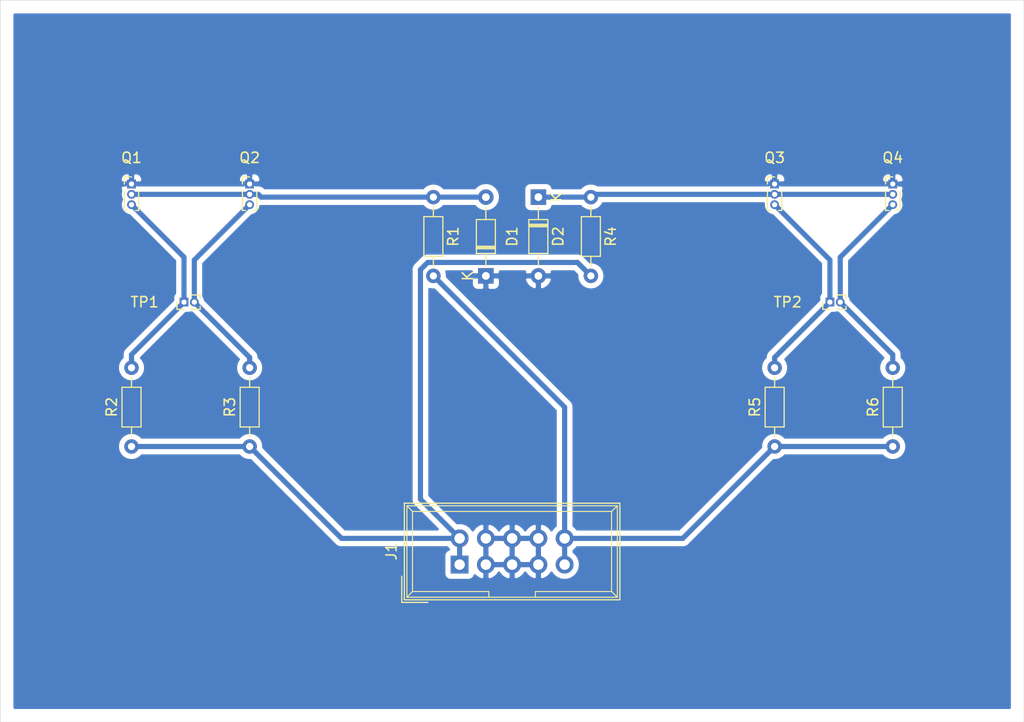
<source format=kicad_pcb>
(kicad_pcb (version 20171130) (host pcbnew "(5.1.7)-1")

  (general
    (thickness 1.6)
    (drawings 7)
    (tracks 41)
    (zones 0)
    (modules 15)
    (nets 10)
  )

  (page A4)
  (layers
    (0 F.Cu signal)
    (31 B.Cu signal)
    (32 B.Adhes user)
    (33 F.Adhes user)
    (34 B.Paste user)
    (35 F.Paste user)
    (36 B.SilkS user)
    (37 F.SilkS user)
    (38 B.Mask user)
    (39 F.Mask user hide)
    (40 Dwgs.User user hide)
    (41 Cmts.User user hide)
    (42 Eco1.User user hide)
    (43 Eco2.User user hide)
    (44 Edge.Cuts user)
    (45 Margin user hide)
    (46 B.CrtYd user hide)
    (47 F.CrtYd user)
    (48 B.Fab user hide)
    (49 F.Fab user)
  )

  (setup
    (last_trace_width 0.5)
    (trace_clearance 0.2)
    (zone_clearance 0.508)
    (zone_45_only no)
    (trace_min 0.5)
    (via_size 1.6)
    (via_drill 0.8)
    (via_min_size 1.6)
    (via_min_drill 0.8)
    (uvia_size 0.3)
    (uvia_drill 0.1)
    (uvias_allowed no)
    (uvia_min_size 0.2)
    (uvia_min_drill 0.1)
    (edge_width 0.05)
    (segment_width 0.2)
    (pcb_text_width 0.3)
    (pcb_text_size 1.5 1.5)
    (mod_edge_width 0.12)
    (mod_text_size 1 1)
    (mod_text_width 0.15)
    (pad_size 1.524 1.524)
    (pad_drill 0.762)
    (pad_to_mask_clearance 0)
    (aux_axis_origin 0 0)
    (grid_origin 94.665 136.498276)
    (visible_elements 7FFFFFFF)
    (pcbplotparams
      (layerselection 0x010fc_ffffffff)
      (usegerberextensions false)
      (usegerberattributes true)
      (usegerberadvancedattributes true)
      (creategerberjobfile true)
      (excludeedgelayer true)
      (linewidth 0.100000)
      (plotframeref false)
      (viasonmask false)
      (mode 1)
      (useauxorigin false)
      (hpglpennumber 1)
      (hpglpenspeed 20)
      (hpglpendiameter 15.000000)
      (psnegative false)
      (psa4output false)
      (plotreference true)
      (plotvalue true)
      (plotinvisibletext false)
      (padsonsilk false)
      (subtractmaskfromsilk false)
      (outputformat 1)
      (mirror false)
      (drillshape 1)
      (scaleselection 1)
      (outputdirectory ""))
  )

  (net 0 "")
  (net 1 "Net-(D1-Pad2)")
  (net 2 GND)
  (net 3 "Net-(D2-Pad1)")
  (net 4 "Net-(Q1-Pad3)")
  (net 5 "Net-(Q2-Pad3)")
  (net 6 "Net-(Q3-Pad3)")
  (net 7 "Net-(Q4-Pad3)")
  (net 8 +12V)
  (net 9 -12V)

  (net_class Default "This is the default net class."
    (clearance 0.2)
    (trace_width 0.5)
    (via_dia 1.6)
    (via_drill 0.8)
    (uvia_dia 0.3)
    (uvia_drill 0.1)
    (diff_pair_width 0.5)
    (diff_pair_gap 0.25)
    (add_net +12V)
    (add_net -12V)
    (add_net GND)
    (add_net "Net-(D1-Pad2)")
    (add_net "Net-(D2-Pad1)")
    (add_net "Net-(Q1-Pad3)")
    (add_net "Net-(Q2-Pad3)")
    (add_net "Net-(Q3-Pad3)")
    (add_net "Net-(Q4-Pad3)")
  )

  (module Diode_THT:D_DO-34_SOD68_P7.62mm_Horizontal (layer F.Cu) (tedit 5AE50CD5) (tstamp 5FA09761)
    (at 146.735 85.698276 270)
    (descr "Diode, DO-34_SOD68 series, Axial, Horizontal, pin pitch=7.62mm, , length*diameter=3.04*1.6mm^2, , https://www.nxp.com/docs/en/data-sheet/KTY83_SER.pdf")
    (tags "Diode DO-34_SOD68 series Axial Horizontal pin pitch 7.62mm  length 3.04mm diameter 1.6mm")
    (path /5FA0F4D9)
    (fp_text reference D2 (at 3.81 -1.92 90) (layer F.SilkS)
      (effects (font (size 1 1) (thickness 0.15)))
    )
    (fp_text value D (at 3.81 1.92 90) (layer F.Fab)
      (effects (font (size 1 1) (thickness 0.15)))
    )
    (fp_text user K (at 0 -1.75 90) (layer F.SilkS)
      (effects (font (size 1 1) (thickness 0.15)))
    )
    (fp_text user K (at 0 -1.75 90) (layer F.Fab)
      (effects (font (size 1 1) (thickness 0.15)))
    )
    (fp_text user %R (at 4.038 0 90) (layer F.Fab)
      (effects (font (size 0.608 0.608) (thickness 0.0912)))
    )
    (fp_line (start 2.29 -0.8) (end 2.29 0.8) (layer F.Fab) (width 0.1))
    (fp_line (start 2.29 0.8) (end 5.33 0.8) (layer F.Fab) (width 0.1))
    (fp_line (start 5.33 0.8) (end 5.33 -0.8) (layer F.Fab) (width 0.1))
    (fp_line (start 5.33 -0.8) (end 2.29 -0.8) (layer F.Fab) (width 0.1))
    (fp_line (start 0 0) (end 2.29 0) (layer F.Fab) (width 0.1))
    (fp_line (start 7.62 0) (end 5.33 0) (layer F.Fab) (width 0.1))
    (fp_line (start 2.746 -0.8) (end 2.746 0.8) (layer F.Fab) (width 0.1))
    (fp_line (start 2.846 -0.8) (end 2.846 0.8) (layer F.Fab) (width 0.1))
    (fp_line (start 2.646 -0.8) (end 2.646 0.8) (layer F.Fab) (width 0.1))
    (fp_line (start 2.17 -0.92) (end 2.17 0.92) (layer F.SilkS) (width 0.12))
    (fp_line (start 2.17 0.92) (end 5.45 0.92) (layer F.SilkS) (width 0.12))
    (fp_line (start 5.45 0.92) (end 5.45 -0.92) (layer F.SilkS) (width 0.12))
    (fp_line (start 5.45 -0.92) (end 2.17 -0.92) (layer F.SilkS) (width 0.12))
    (fp_line (start 0.99 0) (end 2.17 0) (layer F.SilkS) (width 0.12))
    (fp_line (start 6.63 0) (end 5.45 0) (layer F.SilkS) (width 0.12))
    (fp_line (start 2.746 -0.92) (end 2.746 0.92) (layer F.SilkS) (width 0.12))
    (fp_line (start 2.866 -0.92) (end 2.866 0.92) (layer F.SilkS) (width 0.12))
    (fp_line (start 2.626 -0.92) (end 2.626 0.92) (layer F.SilkS) (width 0.12))
    (fp_line (start -1 -1.05) (end -1 1.05) (layer F.CrtYd) (width 0.05))
    (fp_line (start -1 1.05) (end 8.63 1.05) (layer F.CrtYd) (width 0.05))
    (fp_line (start 8.63 1.05) (end 8.63 -1.05) (layer F.CrtYd) (width 0.05))
    (fp_line (start 8.63 -1.05) (end -1 -1.05) (layer F.CrtYd) (width 0.05))
    (pad 2 thru_hole oval (at 7.62 0 270) (size 1.5 1.5) (drill 0.75) (layers *.Cu *.Mask)
      (net 2 GND))
    (pad 1 thru_hole rect (at 0 0 270) (size 1.5 1.5) (drill 0.75) (layers *.Cu *.Mask)
      (net 3 "Net-(D2-Pad1)"))
    (model ${KISYS3DMOD}/Diode_THT.3dshapes/D_DO-34_SOD68_P7.62mm_Horizontal.wrl
      (at (xyz 0 0 0))
      (scale (xyz 1 1 1))
      (rotate (xyz 0 0 0))
    )
  )

  (module Diode_THT:D_DO-34_SOD68_P7.62mm_Horizontal (layer F.Cu) (tedit 5AE50CD5) (tstamp 5FA09742)
    (at 141.655 93.318276 90)
    (descr "Diode, DO-34_SOD68 series, Axial, Horizontal, pin pitch=7.62mm, , length*diameter=3.04*1.6mm^2, , https://www.nxp.com/docs/en/data-sheet/KTY83_SER.pdf")
    (tags "Diode DO-34_SOD68 series Axial Horizontal pin pitch 7.62mm  length 3.04mm diameter 1.6mm")
    (path /5FA04F62)
    (fp_text reference D1 (at 3.81 2.54 90) (layer F.SilkS)
      (effects (font (size 1 1) (thickness 0.15)))
    )
    (fp_text value D (at 3.81 -2.54 90) (layer F.Fab)
      (effects (font (size 1 1) (thickness 0.15)))
    )
    (fp_text user K (at 0 -1.75 90) (layer F.SilkS)
      (effects (font (size 1 1) (thickness 0.15)))
    )
    (fp_text user K (at 0 -1.75 90) (layer F.Fab)
      (effects (font (size 1 1) (thickness 0.15)))
    )
    (fp_text user %R (at 4.038 0 90) (layer F.Fab)
      (effects (font (size 0.608 0.608) (thickness 0.0912)))
    )
    (fp_line (start 2.29 -0.8) (end 2.29 0.8) (layer F.Fab) (width 0.1))
    (fp_line (start 2.29 0.8) (end 5.33 0.8) (layer F.Fab) (width 0.1))
    (fp_line (start 5.33 0.8) (end 5.33 -0.8) (layer F.Fab) (width 0.1))
    (fp_line (start 5.33 -0.8) (end 2.29 -0.8) (layer F.Fab) (width 0.1))
    (fp_line (start 0 0) (end 2.29 0) (layer F.Fab) (width 0.1))
    (fp_line (start 7.62 0) (end 5.33 0) (layer F.Fab) (width 0.1))
    (fp_line (start 2.746 -0.8) (end 2.746 0.8) (layer F.Fab) (width 0.1))
    (fp_line (start 2.846 -0.8) (end 2.846 0.8) (layer F.Fab) (width 0.1))
    (fp_line (start 2.646 -0.8) (end 2.646 0.8) (layer F.Fab) (width 0.1))
    (fp_line (start 2.17 -0.92) (end 2.17 0.92) (layer F.SilkS) (width 0.12))
    (fp_line (start 2.17 0.92) (end 5.45 0.92) (layer F.SilkS) (width 0.12))
    (fp_line (start 5.45 0.92) (end 5.45 -0.92) (layer F.SilkS) (width 0.12))
    (fp_line (start 5.45 -0.92) (end 2.17 -0.92) (layer F.SilkS) (width 0.12))
    (fp_line (start 0.99 0) (end 2.17 0) (layer F.SilkS) (width 0.12))
    (fp_line (start 6.63 0) (end 5.45 0) (layer F.SilkS) (width 0.12))
    (fp_line (start 2.746 -0.92) (end 2.746 0.92) (layer F.SilkS) (width 0.12))
    (fp_line (start 2.866 -0.92) (end 2.866 0.92) (layer F.SilkS) (width 0.12))
    (fp_line (start 2.626 -0.92) (end 2.626 0.92) (layer F.SilkS) (width 0.12))
    (fp_line (start -1 -1.05) (end -1 1.05) (layer F.CrtYd) (width 0.05))
    (fp_line (start -1 1.05) (end 8.63 1.05) (layer F.CrtYd) (width 0.05))
    (fp_line (start 8.63 1.05) (end 8.63 -1.05) (layer F.CrtYd) (width 0.05))
    (fp_line (start 8.63 -1.05) (end -1 -1.05) (layer F.CrtYd) (width 0.05))
    (pad 2 thru_hole oval (at 7.62 0 90) (size 1.5 1.5) (drill 0.75) (layers *.Cu *.Mask)
      (net 1 "Net-(D1-Pad2)"))
    (pad 1 thru_hole rect (at 0 0 90) (size 1.5 1.5) (drill 0.75) (layers *.Cu *.Mask)
      (net 2 GND))
    (model ${KISYS3DMOD}/Diode_THT.3dshapes/D_DO-34_SOD68_P7.62mm_Horizontal.wrl
      (at (xyz 0 0 0))
      (scale (xyz 1 1 1))
      (rotate (xyz 0 0 0))
    )
  )

  (module Connector_IDC:IDC-Header_2x05_P2.54mm_Vertical (layer F.Cu) (tedit 5F8B45FE) (tstamp 5FA0A5D0)
    (at 139.115 121.258276 90)
    (descr "Through hole straight IDC box header, 2x05, 2.54mm pitch, double rows")
    (tags "Through hole IDC box header THT 2x05 2.54mm double row")
    (path /5FA3392E)
    (fp_text reference J1 (at 1.27 -6.604 90) (layer F.SilkS)
      (effects (font (size 1 1) (thickness 0.15)))
    )
    (fp_text value Conn_02x05_Odd_Even (at 1.27 16.764 90) (layer F.Fab)
      (effects (font (size 1 1) (thickness 0.15)))
    )
    (fp_text user %R (at 1.27 5.08 90) (layer F.Fab)
      (effects (font (size 1 1) (thickness 0.15)))
    )
    (fp_line (start -3.655 -5.6) (end -1.115 -5.6) (layer F.SilkS) (width 0.12))
    (fp_line (start -3.655 -5.6) (end -3.655 -3.06) (layer F.SilkS) (width 0.12))
    (fp_line (start -3.405 -5.35) (end 5.945 -5.35) (layer F.SilkS) (width 0.12))
    (fp_line (start -3.405 15.51) (end -3.405 -5.35) (layer F.SilkS) (width 0.12))
    (fp_line (start 5.945 15.51) (end -3.405 15.51) (layer F.SilkS) (width 0.12))
    (fp_line (start 5.945 -5.35) (end 5.945 15.51) (layer F.SilkS) (width 0.12))
    (fp_line (start -3.41 -5.35) (end 5.95 -5.35) (layer F.CrtYd) (width 0.05))
    (fp_line (start -3.41 15.51) (end -3.41 -5.35) (layer F.CrtYd) (width 0.05))
    (fp_line (start 5.95 15.51) (end -3.41 15.51) (layer F.CrtYd) (width 0.05))
    (fp_line (start 5.95 -5.35) (end 5.95 15.51) (layer F.CrtYd) (width 0.05))
    (fp_line (start -3.155 15.26) (end -2.605 14.7) (layer F.SilkS) (width 0.1))
    (fp_line (start -3.155 -5.1) (end -2.605 -4.56) (layer F.SilkS) (width 0.1))
    (fp_line (start 5.695 15.26) (end 5.145 14.7) (layer F.SilkS) (width 0.1))
    (fp_line (start 5.695 -5.1) (end 5.145 -4.56) (layer F.SilkS) (width 0.1))
    (fp_line (start 5.145 14.7) (end -2.605 14.7) (layer F.SilkS) (width 0.1))
    (fp_line (start 5.695 15.26) (end -3.155 15.26) (layer F.SilkS) (width 0.1))
    (fp_line (start 5.145 -4.56) (end -2.605 -4.56) (layer F.SilkS) (width 0.1))
    (fp_line (start 5.695 -5.1) (end -3.155 -5.1) (layer F.SilkS) (width 0.1))
    (fp_line (start -2.605 7.33) (end -3.155 7.33) (layer F.SilkS) (width 0.1))
    (fp_line (start -2.605 2.83) (end -3.155 2.83) (layer F.SilkS) (width 0.1))
    (fp_line (start -2.605 7.33) (end -2.605 14.7) (layer F.SilkS) (width 0.1))
    (fp_line (start -2.605 -4.56) (end -2.605 2.83) (layer F.SilkS) (width 0.1))
    (fp_line (start -3.155 -5.1) (end -3.155 15.26) (layer F.SilkS) (width 0.1))
    (fp_line (start 5.145 -4.56) (end 5.145 14.7) (layer F.SilkS) (width 0.1))
    (fp_line (start 5.695 -5.1) (end 5.695 15.26) (layer F.SilkS) (width 0.1))
    (pad 10 thru_hole oval (at 2.54 10.16 90) (size 1.7272 1.7272) (drill 1.016) (layers *.Cu *.Mask)
      (net 8 +12V))
    (pad 9 thru_hole oval (at 0 10.16 90) (size 1.7272 1.7272) (drill 1.016) (layers *.Cu *.Mask)
      (net 8 +12V))
    (pad 8 thru_hole oval (at 2.54 7.62 90) (size 1.7272 1.7272) (drill 1.016) (layers *.Cu *.Mask)
      (net 2 GND))
    (pad 7 thru_hole oval (at 0 7.62 90) (size 1.7272 1.7272) (drill 1.016) (layers *.Cu *.Mask)
      (net 2 GND))
    (pad 6 thru_hole oval (at 2.54 5.08 90) (size 1.7272 1.7272) (drill 1.016) (layers *.Cu *.Mask)
      (net 2 GND))
    (pad 5 thru_hole oval (at 0 5.08 90) (size 1.7272 1.7272) (drill 1.016) (layers *.Cu *.Mask)
      (net 2 GND))
    (pad 4 thru_hole oval (at 2.54 2.54 90) (size 1.7272 1.7272) (drill 1.016) (layers *.Cu *.Mask)
      (net 2 GND))
    (pad 3 thru_hole oval (at 0 2.54 90) (size 1.7272 1.7272) (drill 1.016) (layers *.Cu *.Mask)
      (net 2 GND))
    (pad 2 thru_hole oval (at 2.54 0 90) (size 1.7272 1.7272) (drill 1.016) (layers *.Cu *.Mask)
      (net 9 -12V))
    (pad 1 thru_hole rect (at 0 0 90) (size 1.7272 1.7272) (drill 1.016) (layers *.Cu *.Mask)
      (net 9 -12V))
    (model ${KISYS3DMOD}/Connector_IDC.3dshapes/IDC-Header_2x05_P2.54mm_Vertical.wrl
      (at (xyz 0 0 0))
      (scale (xyz 1 1 1))
      (rotate (xyz 0 0 0))
    )
  )

  (module Connector_PinHeader_1.00mm:PinHeader_1x02_P1.00mm_Vertical (layer F.Cu) (tedit 59FED738) (tstamp 5FA0987F)
    (at 174.945 95.858276 90)
    (descr "Through hole straight pin header, 1x02, 1.00mm pitch, single row")
    (tags "Through hole pin header THT 1x02 1.00mm single row")
    (path /5FA11677)
    (fp_text reference TP2 (at 0 -4.08 180) (layer F.SilkS)
      (effects (font (size 1 1) (thickness 0.15)))
    )
    (fp_text value TestPoint_2Pole (at -2.54 1 180) (layer F.Fab)
      (effects (font (size 1 1) (thickness 0.15)))
    )
    (fp_line (start 1.15 -1) (end -1.15 -1) (layer F.CrtYd) (width 0.05))
    (fp_line (start 1.15 2) (end 1.15 -1) (layer F.CrtYd) (width 0.05))
    (fp_line (start -1.15 2) (end 1.15 2) (layer F.CrtYd) (width 0.05))
    (fp_line (start -1.15 -1) (end -1.15 2) (layer F.CrtYd) (width 0.05))
    (fp_line (start -0.695 -0.685) (end 0 -0.685) (layer F.SilkS) (width 0.12))
    (fp_line (start -0.695 0) (end -0.695 -0.685) (layer F.SilkS) (width 0.12))
    (fp_line (start 0.608276 0.685) (end 0.695 0.685) (layer F.SilkS) (width 0.12))
    (fp_line (start -0.695 0.685) (end -0.608276 0.685) (layer F.SilkS) (width 0.12))
    (fp_line (start 0.695 0.685) (end 0.695 1.56) (layer F.SilkS) (width 0.12))
    (fp_line (start -0.695 0.685) (end -0.695 1.56) (layer F.SilkS) (width 0.12))
    (fp_line (start 0.394493 1.56) (end 0.695 1.56) (layer F.SilkS) (width 0.12))
    (fp_line (start -0.695 1.56) (end -0.394493 1.56) (layer F.SilkS) (width 0.12))
    (fp_line (start -0.635 -0.1825) (end -0.3175 -0.5) (layer F.Fab) (width 0.1))
    (fp_line (start -0.635 1.5) (end -0.635 -0.1825) (layer F.Fab) (width 0.1))
    (fp_line (start 0.635 1.5) (end -0.635 1.5) (layer F.Fab) (width 0.1))
    (fp_line (start 0.635 -0.5) (end 0.635 1.5) (layer F.Fab) (width 0.1))
    (fp_line (start -0.3175 -0.5) (end 0.635 -0.5) (layer F.Fab) (width 0.1))
    (fp_text user %R (at 0 0.5 90) (layer F.Fab)
      (effects (font (size 0.76 0.76) (thickness 0.114)))
    )
    (pad 2 thru_hole oval (at 0 1 90) (size 0.85 0.85) (drill 0.5) (layers *.Cu *.Mask)
      (net 7 "Net-(Q4-Pad3)"))
    (pad 1 thru_hole rect (at 0 0 90) (size 0.85 0.85) (drill 0.5) (layers *.Cu *.Mask)
      (net 6 "Net-(Q3-Pad3)"))
    (model ${KISYS3DMOD}/Connector_PinHeader_1.00mm.3dshapes/PinHeader_1x02_P1.00mm_Vertical.wrl
      (at (xyz 0 0 0))
      (scale (xyz 1 1 1))
      (rotate (xyz 0 0 0))
    )
  )

  (module Connector_PinHeader_1.00mm:PinHeader_1x02_P1.00mm_Vertical (layer F.Cu) (tedit 59FED738) (tstamp 5FA09867)
    (at 112.445 95.858276 90)
    (descr "Through hole straight pin header, 1x02, 1.00mm pitch, single row")
    (tags "Through hole pin header THT 1x02 1.00mm single row")
    (path /5FA0C8F8)
    (fp_text reference TP1 (at 0 -3.81 180) (layer F.SilkS)
      (effects (font (size 1 1) (thickness 0.15)))
    )
    (fp_text value TestPoint_2Pole (at -2.54 1.27 180) (layer F.Fab)
      (effects (font (size 1 1) (thickness 0.15)))
    )
    (fp_line (start 1.15 -1) (end -1.15 -1) (layer F.CrtYd) (width 0.05))
    (fp_line (start 1.15 2) (end 1.15 -1) (layer F.CrtYd) (width 0.05))
    (fp_line (start -1.15 2) (end 1.15 2) (layer F.CrtYd) (width 0.05))
    (fp_line (start -1.15 -1) (end -1.15 2) (layer F.CrtYd) (width 0.05))
    (fp_line (start -0.695 -0.685) (end 0 -0.685) (layer F.SilkS) (width 0.12))
    (fp_line (start -0.695 0) (end -0.695 -0.685) (layer F.SilkS) (width 0.12))
    (fp_line (start 0.608276 0.685) (end 0.695 0.685) (layer F.SilkS) (width 0.12))
    (fp_line (start -0.695 0.685) (end -0.608276 0.685) (layer F.SilkS) (width 0.12))
    (fp_line (start 0.695 0.685) (end 0.695 1.56) (layer F.SilkS) (width 0.12))
    (fp_line (start -0.695 0.685) (end -0.695 1.56) (layer F.SilkS) (width 0.12))
    (fp_line (start 0.394493 1.56) (end 0.695 1.56) (layer F.SilkS) (width 0.12))
    (fp_line (start -0.695 1.56) (end -0.394493 1.56) (layer F.SilkS) (width 0.12))
    (fp_line (start -0.635 -0.1825) (end -0.3175 -0.5) (layer F.Fab) (width 0.1))
    (fp_line (start -0.635 1.5) (end -0.635 -0.1825) (layer F.Fab) (width 0.1))
    (fp_line (start 0.635 1.5) (end -0.635 1.5) (layer F.Fab) (width 0.1))
    (fp_line (start 0.635 -0.5) (end 0.635 1.5) (layer F.Fab) (width 0.1))
    (fp_line (start -0.3175 -0.5) (end 0.635 -0.5) (layer F.Fab) (width 0.1))
    (fp_text user %R (at 0 3.81) (layer F.Fab)
      (effects (font (size 0.76 0.76) (thickness 0.114)))
    )
    (pad 2 thru_hole oval (at 0 1 90) (size 0.85 0.85) (drill 0.5) (layers *.Cu *.Mask)
      (net 5 "Net-(Q2-Pad3)"))
    (pad 1 thru_hole rect (at 0 0 90) (size 0.85 0.85) (drill 0.5) (layers *.Cu *.Mask)
      (net 4 "Net-(Q1-Pad3)"))
    (model ${KISYS3DMOD}/Connector_PinHeader_1.00mm.3dshapes/PinHeader_1x02_P1.00mm_Vertical.wrl
      (at (xyz 0 0 0))
      (scale (xyz 1 1 1))
      (rotate (xyz 0 0 0))
    )
  )

  (module Resistor_THT:R_Axial_DIN0204_L3.6mm_D1.6mm_P7.62mm_Horizontal (layer F.Cu) (tedit 5AE5139B) (tstamp 5FA0984F)
    (at 181.025 109.828276 90)
    (descr "Resistor, Axial_DIN0204 series, Axial, Horizontal, pin pitch=7.62mm, 0.167W, length*diameter=3.6*1.6mm^2, http://cdn-reichelt.de/documents/datenblatt/B400/1_4W%23YAG.pdf")
    (tags "Resistor Axial_DIN0204 series Axial Horizontal pin pitch 7.62mm 0.167W length 3.6mm diameter 1.6mm")
    (path /5FA128A8)
    (fp_text reference R6 (at 3.81 -1.92 90) (layer F.SilkS)
      (effects (font (size 1 1) (thickness 0.15)))
    )
    (fp_text value 100k (at 3.81 1.92 90) (layer F.Fab)
      (effects (font (size 1 1) (thickness 0.15)))
    )
    (fp_line (start 8.57 -1.05) (end -0.95 -1.05) (layer F.CrtYd) (width 0.05))
    (fp_line (start 8.57 1.05) (end 8.57 -1.05) (layer F.CrtYd) (width 0.05))
    (fp_line (start -0.95 1.05) (end 8.57 1.05) (layer F.CrtYd) (width 0.05))
    (fp_line (start -0.95 -1.05) (end -0.95 1.05) (layer F.CrtYd) (width 0.05))
    (fp_line (start 6.68 0) (end 5.73 0) (layer F.SilkS) (width 0.12))
    (fp_line (start 0.94 0) (end 1.89 0) (layer F.SilkS) (width 0.12))
    (fp_line (start 5.73 -0.92) (end 1.89 -0.92) (layer F.SilkS) (width 0.12))
    (fp_line (start 5.73 0.92) (end 5.73 -0.92) (layer F.SilkS) (width 0.12))
    (fp_line (start 1.89 0.92) (end 5.73 0.92) (layer F.SilkS) (width 0.12))
    (fp_line (start 1.89 -0.92) (end 1.89 0.92) (layer F.SilkS) (width 0.12))
    (fp_line (start 7.62 0) (end 5.61 0) (layer F.Fab) (width 0.1))
    (fp_line (start 0 0) (end 2.01 0) (layer F.Fab) (width 0.1))
    (fp_line (start 5.61 -0.8) (end 2.01 -0.8) (layer F.Fab) (width 0.1))
    (fp_line (start 5.61 0.8) (end 5.61 -0.8) (layer F.Fab) (width 0.1))
    (fp_line (start 2.01 0.8) (end 5.61 0.8) (layer F.Fab) (width 0.1))
    (fp_line (start 2.01 -0.8) (end 2.01 0.8) (layer F.Fab) (width 0.1))
    (fp_text user %R (at 3.81 0 90) (layer F.Fab)
      (effects (font (size 0.72 0.72) (thickness 0.108)))
    )
    (pad 2 thru_hole oval (at 7.62 0 90) (size 1.4 1.4) (drill 0.7) (layers *.Cu *.Mask)
      (net 7 "Net-(Q4-Pad3)"))
    (pad 1 thru_hole circle (at 0 0 90) (size 1.4 1.4) (drill 0.7) (layers *.Cu *.Mask)
      (net 8 +12V))
    (model ${KISYS3DMOD}/Resistor_THT.3dshapes/R_Axial_DIN0204_L3.6mm_D1.6mm_P7.62mm_Horizontal.wrl
      (at (xyz 0 0 0))
      (scale (xyz 1 1 1))
      (rotate (xyz 0 0 0))
    )
  )

  (module Resistor_THT:R_Axial_DIN0204_L3.6mm_D1.6mm_P7.62mm_Horizontal (layer F.Cu) (tedit 5AE5139B) (tstamp 5FA09838)
    (at 169.595 109.828276 90)
    (descr "Resistor, Axial_DIN0204 series, Axial, Horizontal, pin pitch=7.62mm, 0.167W, length*diameter=3.6*1.6mm^2, http://cdn-reichelt.de/documents/datenblatt/B400/1_4W%23YAG.pdf")
    (tags "Resistor Axial_DIN0204 series Axial Horizontal pin pitch 7.62mm 0.167W length 3.6mm diameter 1.6mm")
    (path /5FA120C2)
    (fp_text reference R5 (at 3.81 -1.92 90) (layer F.SilkS)
      (effects (font (size 1 1) (thickness 0.15)))
    )
    (fp_text value 100k (at 3.81 1.92 90) (layer F.Fab)
      (effects (font (size 1 1) (thickness 0.15)))
    )
    (fp_line (start 8.57 -1.05) (end -0.95 -1.05) (layer F.CrtYd) (width 0.05))
    (fp_line (start 8.57 1.05) (end 8.57 -1.05) (layer F.CrtYd) (width 0.05))
    (fp_line (start -0.95 1.05) (end 8.57 1.05) (layer F.CrtYd) (width 0.05))
    (fp_line (start -0.95 -1.05) (end -0.95 1.05) (layer F.CrtYd) (width 0.05))
    (fp_line (start 6.68 0) (end 5.73 0) (layer F.SilkS) (width 0.12))
    (fp_line (start 0.94 0) (end 1.89 0) (layer F.SilkS) (width 0.12))
    (fp_line (start 5.73 -0.92) (end 1.89 -0.92) (layer F.SilkS) (width 0.12))
    (fp_line (start 5.73 0.92) (end 5.73 -0.92) (layer F.SilkS) (width 0.12))
    (fp_line (start 1.89 0.92) (end 5.73 0.92) (layer F.SilkS) (width 0.12))
    (fp_line (start 1.89 -0.92) (end 1.89 0.92) (layer F.SilkS) (width 0.12))
    (fp_line (start 7.62 0) (end 5.61 0) (layer F.Fab) (width 0.1))
    (fp_line (start 0 0) (end 2.01 0) (layer F.Fab) (width 0.1))
    (fp_line (start 5.61 -0.8) (end 2.01 -0.8) (layer F.Fab) (width 0.1))
    (fp_line (start 5.61 0.8) (end 5.61 -0.8) (layer F.Fab) (width 0.1))
    (fp_line (start 2.01 0.8) (end 5.61 0.8) (layer F.Fab) (width 0.1))
    (fp_line (start 2.01 -0.8) (end 2.01 0.8) (layer F.Fab) (width 0.1))
    (fp_text user %R (at 3.81 0 90) (layer F.Fab)
      (effects (font (size 0.72 0.72) (thickness 0.108)))
    )
    (pad 2 thru_hole oval (at 7.62 0 90) (size 1.4 1.4) (drill 0.7) (layers *.Cu *.Mask)
      (net 6 "Net-(Q3-Pad3)"))
    (pad 1 thru_hole circle (at 0 0 90) (size 1.4 1.4) (drill 0.7) (layers *.Cu *.Mask)
      (net 8 +12V))
    (model ${KISYS3DMOD}/Resistor_THT.3dshapes/R_Axial_DIN0204_L3.6mm_D1.6mm_P7.62mm_Horizontal.wrl
      (at (xyz 0 0 0))
      (scale (xyz 1 1 1))
      (rotate (xyz 0 0 0))
    )
  )

  (module Resistor_THT:R_Axial_DIN0204_L3.6mm_D1.6mm_P7.62mm_Horizontal (layer F.Cu) (tedit 5AE5139B) (tstamp 5FA09821)
    (at 151.815 85.698276 270)
    (descr "Resistor, Axial_DIN0204 series, Axial, Horizontal, pin pitch=7.62mm, 0.167W, length*diameter=3.6*1.6mm^2, http://cdn-reichelt.de/documents/datenblatt/B400/1_4W%23YAG.pdf")
    (tags "Resistor Axial_DIN0204 series Axial Horizontal pin pitch 7.62mm 0.167W length 3.6mm diameter 1.6mm")
    (path /5FA0EAA8)
    (fp_text reference R4 (at 3.81 -1.92 90) (layer F.SilkS)
      (effects (font (size 1 1) (thickness 0.15)))
    )
    (fp_text value 4.7k (at 3.81 1.92 90) (layer F.Fab)
      (effects (font (size 1 1) (thickness 0.15)))
    )
    (fp_line (start 8.57 -1.05) (end -0.95 -1.05) (layer F.CrtYd) (width 0.05))
    (fp_line (start 8.57 1.05) (end 8.57 -1.05) (layer F.CrtYd) (width 0.05))
    (fp_line (start -0.95 1.05) (end 8.57 1.05) (layer F.CrtYd) (width 0.05))
    (fp_line (start -0.95 -1.05) (end -0.95 1.05) (layer F.CrtYd) (width 0.05))
    (fp_line (start 6.68 0) (end 5.73 0) (layer F.SilkS) (width 0.12))
    (fp_line (start 0.94 0) (end 1.89 0) (layer F.SilkS) (width 0.12))
    (fp_line (start 5.73 -0.92) (end 1.89 -0.92) (layer F.SilkS) (width 0.12))
    (fp_line (start 5.73 0.92) (end 5.73 -0.92) (layer F.SilkS) (width 0.12))
    (fp_line (start 1.89 0.92) (end 5.73 0.92) (layer F.SilkS) (width 0.12))
    (fp_line (start 1.89 -0.92) (end 1.89 0.92) (layer F.SilkS) (width 0.12))
    (fp_line (start 7.62 0) (end 5.61 0) (layer F.Fab) (width 0.1))
    (fp_line (start 0 0) (end 2.01 0) (layer F.Fab) (width 0.1))
    (fp_line (start 5.61 -0.8) (end 2.01 -0.8) (layer F.Fab) (width 0.1))
    (fp_line (start 5.61 0.8) (end 5.61 -0.8) (layer F.Fab) (width 0.1))
    (fp_line (start 2.01 0.8) (end 5.61 0.8) (layer F.Fab) (width 0.1))
    (fp_line (start 2.01 -0.8) (end 2.01 0.8) (layer F.Fab) (width 0.1))
    (fp_text user %R (at 3.81 0 90) (layer F.Fab)
      (effects (font (size 0.72 0.72) (thickness 0.108)))
    )
    (pad 2 thru_hole oval (at 7.62 0 270) (size 1.4 1.4) (drill 0.7) (layers *.Cu *.Mask)
      (net 9 -12V))
    (pad 1 thru_hole circle (at 0 0 270) (size 1.4 1.4) (drill 0.7) (layers *.Cu *.Mask)
      (net 3 "Net-(D2-Pad1)"))
    (model ${KISYS3DMOD}/Resistor_THT.3dshapes/R_Axial_DIN0204_L3.6mm_D1.6mm_P7.62mm_Horizontal.wrl
      (at (xyz 0 0 0))
      (scale (xyz 1 1 1))
      (rotate (xyz 0 0 0))
    )
  )

  (module Resistor_THT:R_Axial_DIN0204_L3.6mm_D1.6mm_P7.62mm_Horizontal (layer F.Cu) (tedit 5AE5139B) (tstamp 5FA0980A)
    (at 118.795 109.828276 90)
    (descr "Resistor, Axial_DIN0204 series, Axial, Horizontal, pin pitch=7.62mm, 0.167W, length*diameter=3.6*1.6mm^2, http://cdn-reichelt.de/documents/datenblatt/B400/1_4W%23YAG.pdf")
    (tags "Resistor Axial_DIN0204 series Axial Horizontal pin pitch 7.62mm 0.167W length 3.6mm diameter 1.6mm")
    (path /5FA0BBF3)
    (fp_text reference R3 (at 3.81 -1.92 90) (layer F.SilkS)
      (effects (font (size 1 1) (thickness 0.15)))
    )
    (fp_text value 100k (at 3.81 1.92 90) (layer F.Fab)
      (effects (font (size 1 1) (thickness 0.15)))
    )
    (fp_line (start 8.57 -1.05) (end -0.95 -1.05) (layer F.CrtYd) (width 0.05))
    (fp_line (start 8.57 1.05) (end 8.57 -1.05) (layer F.CrtYd) (width 0.05))
    (fp_line (start -0.95 1.05) (end 8.57 1.05) (layer F.CrtYd) (width 0.05))
    (fp_line (start -0.95 -1.05) (end -0.95 1.05) (layer F.CrtYd) (width 0.05))
    (fp_line (start 6.68 0) (end 5.73 0) (layer F.SilkS) (width 0.12))
    (fp_line (start 0.94 0) (end 1.89 0) (layer F.SilkS) (width 0.12))
    (fp_line (start 5.73 -0.92) (end 1.89 -0.92) (layer F.SilkS) (width 0.12))
    (fp_line (start 5.73 0.92) (end 5.73 -0.92) (layer F.SilkS) (width 0.12))
    (fp_line (start 1.89 0.92) (end 5.73 0.92) (layer F.SilkS) (width 0.12))
    (fp_line (start 1.89 -0.92) (end 1.89 0.92) (layer F.SilkS) (width 0.12))
    (fp_line (start 7.62 0) (end 5.61 0) (layer F.Fab) (width 0.1))
    (fp_line (start 0 0) (end 2.01 0) (layer F.Fab) (width 0.1))
    (fp_line (start 5.61 -0.8) (end 2.01 -0.8) (layer F.Fab) (width 0.1))
    (fp_line (start 5.61 0.8) (end 5.61 -0.8) (layer F.Fab) (width 0.1))
    (fp_line (start 2.01 0.8) (end 5.61 0.8) (layer F.Fab) (width 0.1))
    (fp_line (start 2.01 -0.8) (end 2.01 0.8) (layer F.Fab) (width 0.1))
    (fp_text user %R (at 3.81 0 90) (layer F.Fab)
      (effects (font (size 0.72 0.72) (thickness 0.108)))
    )
    (pad 2 thru_hole oval (at 7.62 0 90) (size 1.4 1.4) (drill 0.7) (layers *.Cu *.Mask)
      (net 5 "Net-(Q2-Pad3)"))
    (pad 1 thru_hole circle (at 0 0 90) (size 1.4 1.4) (drill 0.7) (layers *.Cu *.Mask)
      (net 9 -12V))
    (model ${KISYS3DMOD}/Resistor_THT.3dshapes/R_Axial_DIN0204_L3.6mm_D1.6mm_P7.62mm_Horizontal.wrl
      (at (xyz 0 0 0))
      (scale (xyz 1 1 1))
      (rotate (xyz 0 0 0))
    )
  )

  (module Resistor_THT:R_Axial_DIN0204_L3.6mm_D1.6mm_P7.62mm_Horizontal (layer F.Cu) (tedit 5AE5139B) (tstamp 5FA097F3)
    (at 107.365 109.828276 90)
    (descr "Resistor, Axial_DIN0204 series, Axial, Horizontal, pin pitch=7.62mm, 0.167W, length*diameter=3.6*1.6mm^2, http://cdn-reichelt.de/documents/datenblatt/B400/1_4W%23YAG.pdf")
    (tags "Resistor Axial_DIN0204 series Axial Horizontal pin pitch 7.62mm 0.167W length 3.6mm diameter 1.6mm")
    (path /5FA0B37D)
    (fp_text reference R2 (at 3.81 -1.92 90) (layer F.SilkS)
      (effects (font (size 1 1) (thickness 0.15)))
    )
    (fp_text value 100k (at 3.81 1.92 90) (layer F.Fab)
      (effects (font (size 1 1) (thickness 0.15)))
    )
    (fp_line (start 8.57 -1.05) (end -0.95 -1.05) (layer F.CrtYd) (width 0.05))
    (fp_line (start 8.57 1.05) (end 8.57 -1.05) (layer F.CrtYd) (width 0.05))
    (fp_line (start -0.95 1.05) (end 8.57 1.05) (layer F.CrtYd) (width 0.05))
    (fp_line (start -0.95 -1.05) (end -0.95 1.05) (layer F.CrtYd) (width 0.05))
    (fp_line (start 6.68 0) (end 5.73 0) (layer F.SilkS) (width 0.12))
    (fp_line (start 0.94 0) (end 1.89 0) (layer F.SilkS) (width 0.12))
    (fp_line (start 5.73 -0.92) (end 1.89 -0.92) (layer F.SilkS) (width 0.12))
    (fp_line (start 5.73 0.92) (end 5.73 -0.92) (layer F.SilkS) (width 0.12))
    (fp_line (start 1.89 0.92) (end 5.73 0.92) (layer F.SilkS) (width 0.12))
    (fp_line (start 1.89 -0.92) (end 1.89 0.92) (layer F.SilkS) (width 0.12))
    (fp_line (start 7.62 0) (end 5.61 0) (layer F.Fab) (width 0.1))
    (fp_line (start 0 0) (end 2.01 0) (layer F.Fab) (width 0.1))
    (fp_line (start 5.61 -0.8) (end 2.01 -0.8) (layer F.Fab) (width 0.1))
    (fp_line (start 5.61 0.8) (end 5.61 -0.8) (layer F.Fab) (width 0.1))
    (fp_line (start 2.01 0.8) (end 5.61 0.8) (layer F.Fab) (width 0.1))
    (fp_line (start 2.01 -0.8) (end 2.01 0.8) (layer F.Fab) (width 0.1))
    (fp_text user %R (at 3.81 0 90) (layer F.Fab)
      (effects (font (size 0.72 0.72) (thickness 0.108)))
    )
    (pad 2 thru_hole oval (at 7.62 0 90) (size 1.4 1.4) (drill 0.7) (layers *.Cu *.Mask)
      (net 4 "Net-(Q1-Pad3)"))
    (pad 1 thru_hole circle (at 0 0 90) (size 1.4 1.4) (drill 0.7) (layers *.Cu *.Mask)
      (net 9 -12V))
    (model ${KISYS3DMOD}/Resistor_THT.3dshapes/R_Axial_DIN0204_L3.6mm_D1.6mm_P7.62mm_Horizontal.wrl
      (at (xyz 0 0 0))
      (scale (xyz 1 1 1))
      (rotate (xyz 0 0 0))
    )
  )

  (module Resistor_THT:R_Axial_DIN0204_L3.6mm_D1.6mm_P7.62mm_Horizontal (layer F.Cu) (tedit 5AE5139B) (tstamp 5FA097DC)
    (at 136.575 85.698276 270)
    (descr "Resistor, Axial_DIN0204 series, Axial, Horizontal, pin pitch=7.62mm, 0.167W, length*diameter=3.6*1.6mm^2, http://cdn-reichelt.de/documents/datenblatt/B400/1_4W%23YAG.pdf")
    (tags "Resistor Axial_DIN0204 series Axial Horizontal pin pitch 7.62mm 0.167W length 3.6mm diameter 1.6mm")
    (path /5FA03FAC)
    (fp_text reference R1 (at 3.81 -1.92 90) (layer F.SilkS)
      (effects (font (size 1 1) (thickness 0.15)))
    )
    (fp_text value 4.7k (at 3.81 1.92 90) (layer F.Fab)
      (effects (font (size 1 1) (thickness 0.15)))
    )
    (fp_line (start 8.57 -1.05) (end -0.95 -1.05) (layer F.CrtYd) (width 0.05))
    (fp_line (start 8.57 1.05) (end 8.57 -1.05) (layer F.CrtYd) (width 0.05))
    (fp_line (start -0.95 1.05) (end 8.57 1.05) (layer F.CrtYd) (width 0.05))
    (fp_line (start -0.95 -1.05) (end -0.95 1.05) (layer F.CrtYd) (width 0.05))
    (fp_line (start 6.68 0) (end 5.73 0) (layer F.SilkS) (width 0.12))
    (fp_line (start 0.94 0) (end 1.89 0) (layer F.SilkS) (width 0.12))
    (fp_line (start 5.73 -0.92) (end 1.89 -0.92) (layer F.SilkS) (width 0.12))
    (fp_line (start 5.73 0.92) (end 5.73 -0.92) (layer F.SilkS) (width 0.12))
    (fp_line (start 1.89 0.92) (end 5.73 0.92) (layer F.SilkS) (width 0.12))
    (fp_line (start 1.89 -0.92) (end 1.89 0.92) (layer F.SilkS) (width 0.12))
    (fp_line (start 7.62 0) (end 5.61 0) (layer F.Fab) (width 0.1))
    (fp_line (start 0 0) (end 2.01 0) (layer F.Fab) (width 0.1))
    (fp_line (start 5.61 -0.8) (end 2.01 -0.8) (layer F.Fab) (width 0.1))
    (fp_line (start 5.61 0.8) (end 5.61 -0.8) (layer F.Fab) (width 0.1))
    (fp_line (start 2.01 0.8) (end 5.61 0.8) (layer F.Fab) (width 0.1))
    (fp_line (start 2.01 -0.8) (end 2.01 0.8) (layer F.Fab) (width 0.1))
    (fp_text user %R (at 3.81 0 90) (layer F.Fab)
      (effects (font (size 0.72 0.72) (thickness 0.108)))
    )
    (pad 2 thru_hole oval (at 7.62 0 270) (size 1.4 1.4) (drill 0.7) (layers *.Cu *.Mask)
      (net 8 +12V))
    (pad 1 thru_hole circle (at 0 0 270) (size 1.4 1.4) (drill 0.7) (layers *.Cu *.Mask)
      (net 1 "Net-(D1-Pad2)"))
    (model ${KISYS3DMOD}/Resistor_THT.3dshapes/R_Axial_DIN0204_L3.6mm_D1.6mm_P7.62mm_Horizontal.wrl
      (at (xyz 0 0 0))
      (scale (xyz 1 1 1))
      (rotate (xyz 0 0 0))
    )
  )

  (module Connector_PinHeader_1.00mm:PinHeader_1x03_P1.00mm_Vertical (layer F.Cu) (tedit 59FED738) (tstamp 5FA097C5)
    (at 181.025 84.428276)
    (descr "Through hole straight pin header, 1x03, 1.00mm pitch, single row")
    (tags "Through hole pin header THT 1x03 1.00mm single row")
    (path /5FA154C6)
    (fp_text reference Q4 (at 0 -2.54) (layer F.SilkS)
      (effects (font (size 1 1) (thickness 0.15)))
    )
    (fp_text value Q_PNP_BCE (at 0 3.56) (layer F.Fab)
      (effects (font (size 1 1) (thickness 0.15)))
    )
    (fp_line (start 1.15 -1) (end -1.15 -1) (layer F.CrtYd) (width 0.05))
    (fp_line (start 1.15 3) (end 1.15 -1) (layer F.CrtYd) (width 0.05))
    (fp_line (start -1.15 3) (end 1.15 3) (layer F.CrtYd) (width 0.05))
    (fp_line (start -1.15 -1) (end -1.15 3) (layer F.CrtYd) (width 0.05))
    (fp_line (start -0.695 -0.685) (end 0 -0.685) (layer F.SilkS) (width 0.12))
    (fp_line (start -0.695 0) (end -0.695 -0.685) (layer F.SilkS) (width 0.12))
    (fp_line (start 0.608276 0.685) (end 0.695 0.685) (layer F.SilkS) (width 0.12))
    (fp_line (start -0.695 0.685) (end -0.608276 0.685) (layer F.SilkS) (width 0.12))
    (fp_line (start 0.695 0.685) (end 0.695 2.56) (layer F.SilkS) (width 0.12))
    (fp_line (start -0.695 0.685) (end -0.695 2.56) (layer F.SilkS) (width 0.12))
    (fp_line (start 0.394493 2.56) (end 0.695 2.56) (layer F.SilkS) (width 0.12))
    (fp_line (start -0.695 2.56) (end -0.394493 2.56) (layer F.SilkS) (width 0.12))
    (fp_line (start -0.635 -0.1825) (end -0.3175 -0.5) (layer F.Fab) (width 0.1))
    (fp_line (start -0.635 2.5) (end -0.635 -0.1825) (layer F.Fab) (width 0.1))
    (fp_line (start 0.635 2.5) (end -0.635 2.5) (layer F.Fab) (width 0.1))
    (fp_line (start 0.635 -0.5) (end 0.635 2.5) (layer F.Fab) (width 0.1))
    (fp_line (start -0.3175 -0.5) (end 0.635 -0.5) (layer F.Fab) (width 0.1))
    (fp_text user %R (at 0 1 90) (layer F.Fab)
      (effects (font (size 0.76 0.76) (thickness 0.114)))
    )
    (pad 3 thru_hole oval (at 0 2) (size 0.85 0.85) (drill 0.5) (layers *.Cu *.Mask)
      (net 7 "Net-(Q4-Pad3)"))
    (pad 2 thru_hole oval (at 0 1) (size 0.85 0.85) (drill 0.5) (layers *.Cu *.Mask)
      (net 3 "Net-(D2-Pad1)"))
    (pad 1 thru_hole rect (at 0 0) (size 0.85 0.85) (drill 0.5) (layers *.Cu *.Mask)
      (net 2 GND))
    (model ${KISYS3DMOD}/Connector_PinHeader_1.00mm.3dshapes/PinHeader_1x03_P1.00mm_Vertical.wrl
      (at (xyz 0 0 0))
      (scale (xyz 1 1 1))
      (rotate (xyz 0 0 0))
    )
  )

  (module Connector_PinHeader_1.00mm:PinHeader_1x03_P1.00mm_Vertical (layer F.Cu) (tedit 59FED738) (tstamp 5FA097AC)
    (at 169.595 84.428276)
    (descr "Through hole straight pin header, 1x03, 1.00mm pitch, single row")
    (tags "Through hole pin header THT 1x03 1.00mm single row")
    (path /5FA161AC)
    (fp_text reference Q3 (at 0 -2.54) (layer F.SilkS)
      (effects (font (size 1 1) (thickness 0.15)))
    )
    (fp_text value Q_PNP_BCE (at 0 3.56) (layer F.Fab)
      (effects (font (size 1 1) (thickness 0.15)))
    )
    (fp_line (start 1.15 -1) (end -1.15 -1) (layer F.CrtYd) (width 0.05))
    (fp_line (start 1.15 3) (end 1.15 -1) (layer F.CrtYd) (width 0.05))
    (fp_line (start -1.15 3) (end 1.15 3) (layer F.CrtYd) (width 0.05))
    (fp_line (start -1.15 -1) (end -1.15 3) (layer F.CrtYd) (width 0.05))
    (fp_line (start -0.695 -0.685) (end 0 -0.685) (layer F.SilkS) (width 0.12))
    (fp_line (start -0.695 0) (end -0.695 -0.685) (layer F.SilkS) (width 0.12))
    (fp_line (start 0.608276 0.685) (end 0.695 0.685) (layer F.SilkS) (width 0.12))
    (fp_line (start -0.695 0.685) (end -0.608276 0.685) (layer F.SilkS) (width 0.12))
    (fp_line (start 0.695 0.685) (end 0.695 2.56) (layer F.SilkS) (width 0.12))
    (fp_line (start -0.695 0.685) (end -0.695 2.56) (layer F.SilkS) (width 0.12))
    (fp_line (start 0.394493 2.56) (end 0.695 2.56) (layer F.SilkS) (width 0.12))
    (fp_line (start -0.695 2.56) (end -0.394493 2.56) (layer F.SilkS) (width 0.12))
    (fp_line (start -0.635 -0.1825) (end -0.3175 -0.5) (layer F.Fab) (width 0.1))
    (fp_line (start -0.635 2.5) (end -0.635 -0.1825) (layer F.Fab) (width 0.1))
    (fp_line (start 0.635 2.5) (end -0.635 2.5) (layer F.Fab) (width 0.1))
    (fp_line (start 0.635 -0.5) (end 0.635 2.5) (layer F.Fab) (width 0.1))
    (fp_line (start -0.3175 -0.5) (end 0.635 -0.5) (layer F.Fab) (width 0.1))
    (fp_text user %R (at 0 0.6 90) (layer F.Fab)
      (effects (font (size 0.76 0.76) (thickness 0.114)))
    )
    (pad 3 thru_hole oval (at 0 2) (size 0.85 0.85) (drill 0.5) (layers *.Cu *.Mask)
      (net 6 "Net-(Q3-Pad3)"))
    (pad 2 thru_hole oval (at 0 1) (size 0.85 0.85) (drill 0.5) (layers *.Cu *.Mask)
      (net 3 "Net-(D2-Pad1)"))
    (pad 1 thru_hole rect (at 0 0) (size 0.85 0.85) (drill 0.5) (layers *.Cu *.Mask)
      (net 2 GND))
    (model ${KISYS3DMOD}/Connector_PinHeader_1.00mm.3dshapes/PinHeader_1x03_P1.00mm_Vertical.wrl
      (at (xyz 0 0 0))
      (scale (xyz 1 1 1))
      (rotate (xyz 0 0 0))
    )
  )

  (module Connector_PinHeader_1.00mm:PinHeader_1x03_P1.00mm_Vertical (layer F.Cu) (tedit 59FED738) (tstamp 5FA09793)
    (at 118.795 84.428276)
    (descr "Through hole straight pin header, 1x03, 1.00mm pitch, single row")
    (tags "Through hole pin header THT 1x03 1.00mm single row")
    (path /5FA08836)
    (fp_text reference Q2 (at 0 -2.54) (layer F.SilkS)
      (effects (font (size 1 1) (thickness 0.15)))
    )
    (fp_text value Q_NPN_BCE (at 0 3.56) (layer F.Fab)
      (effects (font (size 1 1) (thickness 0.15)))
    )
    (fp_line (start 1.15 -1) (end -1.15 -1) (layer F.CrtYd) (width 0.05))
    (fp_line (start 1.15 3) (end 1.15 -1) (layer F.CrtYd) (width 0.05))
    (fp_line (start -1.15 3) (end 1.15 3) (layer F.CrtYd) (width 0.05))
    (fp_line (start -1.15 -1) (end -1.15 3) (layer F.CrtYd) (width 0.05))
    (fp_line (start -0.695 -0.685) (end 0 -0.685) (layer F.SilkS) (width 0.12))
    (fp_line (start -0.695 0) (end -0.695 -0.685) (layer F.SilkS) (width 0.12))
    (fp_line (start 0.608276 0.685) (end 0.695 0.685) (layer F.SilkS) (width 0.12))
    (fp_line (start -0.695 0.685) (end -0.608276 0.685) (layer F.SilkS) (width 0.12))
    (fp_line (start 0.695 0.685) (end 0.695 2.56) (layer F.SilkS) (width 0.12))
    (fp_line (start -0.695 0.685) (end -0.695 2.56) (layer F.SilkS) (width 0.12))
    (fp_line (start 0.394493 2.56) (end 0.695 2.56) (layer F.SilkS) (width 0.12))
    (fp_line (start -0.695 2.56) (end -0.394493 2.56) (layer F.SilkS) (width 0.12))
    (fp_line (start -0.635 -0.1825) (end -0.3175 -0.5) (layer F.Fab) (width 0.1))
    (fp_line (start -0.635 2.5) (end -0.635 -0.1825) (layer F.Fab) (width 0.1))
    (fp_line (start 0.635 2.5) (end -0.635 2.5) (layer F.Fab) (width 0.1))
    (fp_line (start 0.635 -0.5) (end 0.635 2.5) (layer F.Fab) (width 0.1))
    (fp_line (start -0.3175 -0.5) (end 0.635 -0.5) (layer F.Fab) (width 0.1))
    (fp_text user %R (at 0 1 90) (layer F.Fab)
      (effects (font (size 0.76 0.76) (thickness 0.114)))
    )
    (pad 3 thru_hole oval (at 0 2) (size 0.85 0.85) (drill 0.5) (layers *.Cu *.Mask)
      (net 5 "Net-(Q2-Pad3)"))
    (pad 2 thru_hole oval (at 0 1) (size 0.85 0.85) (drill 0.5) (layers *.Cu *.Mask)
      (net 1 "Net-(D1-Pad2)"))
    (pad 1 thru_hole rect (at 0 0) (size 0.85 0.85) (drill 0.5) (layers *.Cu *.Mask)
      (net 2 GND))
    (model ${KISYS3DMOD}/Connector_PinHeader_1.00mm.3dshapes/PinHeader_1x03_P1.00mm_Vertical.wrl
      (at (xyz 0 0 0))
      (scale (xyz 1 1 1))
      (rotate (xyz 0 0 0))
    )
  )

  (module Connector_PinHeader_1.00mm:PinHeader_1x03_P1.00mm_Vertical (layer F.Cu) (tedit 59FED738) (tstamp 5FA0977A)
    (at 107.365 84.428276)
    (descr "Through hole straight pin header, 1x03, 1.00mm pitch, single row")
    (tags "Through hole pin header THT 1x03 1.00mm single row")
    (path /5FA09F0F)
    (fp_text reference Q1 (at 0 -2.54) (layer F.SilkS)
      (effects (font (size 1 1) (thickness 0.15)))
    )
    (fp_text value Q_NPN_BCE (at 0 3.56) (layer F.Fab)
      (effects (font (size 1 1) (thickness 0.15)))
    )
    (fp_line (start 1.15 -1) (end -1.15 -1) (layer F.CrtYd) (width 0.05))
    (fp_line (start 1.15 3) (end 1.15 -1) (layer F.CrtYd) (width 0.05))
    (fp_line (start -1.15 3) (end 1.15 3) (layer F.CrtYd) (width 0.05))
    (fp_line (start -1.15 -1) (end -1.15 3) (layer F.CrtYd) (width 0.05))
    (fp_line (start -0.695 -0.685) (end 0 -0.685) (layer F.SilkS) (width 0.12))
    (fp_line (start -0.695 0) (end -0.695 -0.685) (layer F.SilkS) (width 0.12))
    (fp_line (start 0.608276 0.685) (end 0.695 0.685) (layer F.SilkS) (width 0.12))
    (fp_line (start -0.695 0.685) (end -0.608276 0.685) (layer F.SilkS) (width 0.12))
    (fp_line (start 0.695 0.685) (end 0.695 2.56) (layer F.SilkS) (width 0.12))
    (fp_line (start -0.695 0.685) (end -0.695 2.56) (layer F.SilkS) (width 0.12))
    (fp_line (start 0.394493 2.56) (end 0.695 2.56) (layer F.SilkS) (width 0.12))
    (fp_line (start -0.695 2.56) (end -0.394493 2.56) (layer F.SilkS) (width 0.12))
    (fp_line (start -0.635 -0.1825) (end -0.3175 -0.5) (layer F.Fab) (width 0.1))
    (fp_line (start -0.635 2.5) (end -0.635 -0.1825) (layer F.Fab) (width 0.1))
    (fp_line (start 0.635 2.5) (end -0.635 2.5) (layer F.Fab) (width 0.1))
    (fp_line (start 0.635 -0.5) (end 0.635 2.5) (layer F.Fab) (width 0.1))
    (fp_line (start -0.3175 -0.5) (end 0.635 -0.5) (layer F.Fab) (width 0.1))
    (fp_text user %R (at 0 1 90) (layer F.Fab)
      (effects (font (size 0.76 0.76) (thickness 0.114)))
    )
    (pad 3 thru_hole oval (at 0 2) (size 0.85 0.85) (drill 0.5) (layers *.Cu *.Mask)
      (net 4 "Net-(Q1-Pad3)"))
    (pad 2 thru_hole oval (at 0 1) (size 0.85 0.85) (drill 0.5) (layers *.Cu *.Mask)
      (net 1 "Net-(D1-Pad2)"))
    (pad 1 thru_hole rect (at 0 0) (size 0.85 0.85) (drill 0.5) (layers *.Cu *.Mask)
      (net 2 GND))
    (model ${KISYS3DMOD}/Connector_PinHeader_1.00mm.3dshapes/PinHeader_1x03_P1.00mm_Vertical.wrl
      (at (xyz 0 0 0))
      (scale (xyz 1 1 1))
      (rotate (xyz 0 0 0))
    )
  )

  (gr_line (start 148.005 92.048276) (end 149.275 92.048276) (layer Dwgs.User) (width 0.15))
  (gr_line (start 193.725 79.348276) (end 94.665 79.348276) (layer Eco2.User) (width 0.15))
  (gr_line (start 193.725 88.238276) (end 94.665 88.238276) (layer Eco2.User) (width 0.15))
  (gr_line (start 193.725 66.648276) (end 94.665 66.648276) (layer Edge.Cuts) (width 0.05) (tstamp 5FA0B44A))
  (gr_line (start 193.725 136.498276) (end 193.725 66.648276) (layer Edge.Cuts) (width 0.05))
  (gr_line (start 94.665 136.498276) (end 193.725 136.498276) (layer Edge.Cuts) (width 0.05))
  (gr_line (start 94.665 66.648276) (end 94.665 136.498276) (layer Edge.Cuts) (width 0.05))

  (segment (start 107.365 85.428276) (end 118.770001 85.428276) (width 0.5) (layer B.Cu) (net 1))
  (segment (start 119.905002 85.698276) (end 136.575 85.698276) (width 0.5) (layer B.Cu) (net 1))
  (segment (start 119.635002 85.428276) (end 119.905002 85.698276) (width 0.5) (layer B.Cu) (net 1))
  (segment (start 118.795 85.428276) (end 119.635002 85.428276) (width 0.5) (layer B.Cu) (net 1))
  (segment (start 136.575 85.698276) (end 141.655 85.698276) (width 0.5) (layer B.Cu) (net 1))
  (segment (start 169.595 85.428276) (end 181.025 85.428276) (width 0.5) (layer B.Cu) (net 3))
  (segment (start 152.085 85.428276) (end 151.815 85.698276) (width 0.5) (layer B.Cu) (net 3))
  (segment (start 169.595 85.428276) (end 152.085 85.428276) (width 0.5) (layer B.Cu) (net 3))
  (segment (start 146.735 85.698276) (end 151.815 85.698276) (width 0.5) (layer B.Cu) (net 3))
  (segment (start 107.365 100.938276) (end 112.445 95.858276) (width 0.5) (layer B.Cu) (net 4))
  (segment (start 107.365 102.208276) (end 107.365 100.938276) (width 0.5) (layer B.Cu) (net 4))
  (segment (start 112.445 91.508276) (end 107.365 86.428276) (width 0.5) (layer B.Cu) (net 4))
  (segment (start 112.445 95.858276) (end 112.445 91.508276) (width 0.5) (layer B.Cu) (net 4))
  (segment (start 118.795 101.208276) (end 113.445 95.858276) (width 0.5) (layer B.Cu) (net 5))
  (segment (start 118.795 102.208276) (end 118.795 101.208276) (width 0.5) (layer B.Cu) (net 5))
  (segment (start 113.445 91.778276) (end 118.795 86.428276) (width 0.5) (layer B.Cu) (net 5))
  (segment (start 113.445 95.858276) (end 113.445 91.778276) (width 0.5) (layer B.Cu) (net 5))
  (segment (start 169.595 101.208276) (end 174.945 95.858276) (width 0.5) (layer B.Cu) (net 6))
  (segment (start 169.595 102.208276) (end 169.595 101.208276) (width 0.5) (layer B.Cu) (net 6))
  (segment (start 174.945 91.778276) (end 169.595 86.428276) (width 0.5) (layer B.Cu) (net 6))
  (segment (start 174.945 95.858276) (end 174.945 91.778276) (width 0.5) (layer B.Cu) (net 6))
  (segment (start 181.025 100.938276) (end 175.945 95.858276) (width 0.5) (layer B.Cu) (net 7))
  (segment (start 181.025 102.208276) (end 181.025 100.938276) (width 0.5) (layer B.Cu) (net 7))
  (segment (start 175.945 91.508276) (end 181.025 86.428276) (width 0.5) (layer B.Cu) (net 7))
  (segment (start 175.945 95.858276) (end 175.945 91.508276) (width 0.5) (layer B.Cu) (net 7))
  (segment (start 149.275 121.258276) (end 149.275 118.718276) (width 0.5) (layer B.Cu) (net 8))
  (segment (start 160.705 118.718276) (end 169.595 109.828276) (width 0.5) (layer B.Cu) (net 8))
  (segment (start 149.275 118.718276) (end 160.705 118.718276) (width 0.5) (layer B.Cu) (net 8))
  (segment (start 169.595 109.828276) (end 181.025 109.828276) (width 0.5) (layer B.Cu) (net 8))
  (segment (start 149.275 106.018276) (end 136.575 93.318276) (width 0.5) (layer B.Cu) (net 8))
  (segment (start 149.275 118.718276) (end 149.275 106.018276) (width 0.5) (layer B.Cu) (net 8))
  (segment (start 139.115 121.258276) (end 139.115 118.718276) (width 0.5) (layer B.Cu) (net 9))
  (segment (start 139.115 118.718276) (end 127.685 118.718276) (width 0.5) (layer B.Cu) (net 9))
  (segment (start 119.43 110.463276) (end 118.795 109.828276) (width 0.5) (layer B.Cu) (net 9))
  (segment (start 127.685 118.718276) (end 119.43 110.463276) (width 0.5) (layer B.Cu) (net 9))
  (segment (start 107.365 109.828276) (end 118.795 109.828276) (width 0.5) (layer B.Cu) (net 9))
  (segment (start 150.514999 92.018275) (end 151.815 93.318276) (width 0.5) (layer B.Cu) (net 9))
  (segment (start 136.024999 92.018275) (end 150.514999 92.018275) (width 0.5) (layer B.Cu) (net 9))
  (segment (start 135.324999 92.718275) (end 136.024999 92.018275) (width 0.5) (layer B.Cu) (net 9))
  (segment (start 135.324999 114.928275) (end 135.324999 92.718275) (width 0.5) (layer B.Cu) (net 9))
  (segment (start 139.115 118.718276) (end 135.324999 114.928275) (width 0.5) (layer B.Cu) (net 9))

  (zone (net 2) (net_name GND) (layer B.Cu) (tstamp 5FA0D35D) (hatch edge 0.508)
    (connect_pads (clearance 0.508))
    (min_thickness 0.254)
    (fill yes (arc_segments 32) (thermal_gap 0.508) (thermal_bridge_width 0.508))
    (polygon
      (pts
        (xy 192.455 135.228276) (xy 95.935 135.228276) (xy 95.935 67.918276) (xy 192.455 67.918276)
      )
    )
    (filled_polygon
      (pts
        (xy 192.328 135.101276) (xy 96.062 135.101276) (xy 96.062 109.69679) (xy 106.03 109.69679) (xy 106.03 109.959762)
        (xy 106.081304 110.217681) (xy 106.181939 110.460635) (xy 106.328038 110.679289) (xy 106.513987 110.865238) (xy 106.732641 111.011337)
        (xy 106.975595 111.111972) (xy 107.233514 111.163276) (xy 107.496486 111.163276) (xy 107.754405 111.111972) (xy 107.997359 111.011337)
        (xy 108.216013 110.865238) (xy 108.367975 110.713276) (xy 117.792025 110.713276) (xy 117.943987 110.865238) (xy 118.162641 111.011337)
        (xy 118.405595 111.111972) (xy 118.663514 111.163276) (xy 118.878422 111.163276) (xy 127.02847 119.313325) (xy 127.056183 119.347093)
        (xy 127.089951 119.374806) (xy 127.089953 119.374808) (xy 127.154925 119.428129) (xy 127.190941 119.457687) (xy 127.344687 119.539865)
        (xy 127.460903 119.575119) (xy 127.511509 119.590471) (xy 127.526306 119.591928) (xy 127.641523 119.603276) (xy 127.641531 119.603276)
        (xy 127.685 119.607557) (xy 127.728469 119.603276) (xy 137.903987 119.603276) (xy 137.950961 119.673578) (xy 138.065023 119.78764)
        (xy 138.00722 119.805174) (xy 137.896906 119.864139) (xy 137.800215 119.943491) (xy 137.720863 120.040182) (xy 137.661898 120.150496)
        (xy 137.625588 120.270194) (xy 137.613328 120.394676) (xy 137.613328 122.121876) (xy 137.625588 122.246358) (xy 137.661898 122.366056)
        (xy 137.720863 122.47637) (xy 137.800215 122.573061) (xy 137.896906 122.652413) (xy 138.00722 122.711378) (xy 138.126918 122.747688)
        (xy 138.2514 122.759948) (xy 139.9786 122.759948) (xy 140.103082 122.747688) (xy 140.22278 122.711378) (xy 140.333094 122.652413)
        (xy 140.429785 122.573061) (xy 140.509137 122.47637) (xy 140.568102 122.366056) (xy 140.587624 122.301702) (xy 140.644707 122.36513)
        (xy 140.880056 122.54096) (xy 141.145186 122.667498) (xy 141.295974 122.713234) (xy 141.528 122.592093) (xy 141.528 121.385276)
        (xy 141.782 121.385276) (xy 141.782 122.592093) (xy 142.014026 122.713234) (xy 142.164814 122.667498) (xy 142.429944 122.54096)
        (xy 142.665293 122.36513) (xy 142.861817 122.146764) (xy 142.925 122.040506) (xy 142.988183 122.146764) (xy 143.184707 122.36513)
        (xy 143.420056 122.54096) (xy 143.685186 122.667498) (xy 143.835974 122.713234) (xy 144.068 122.592093) (xy 144.068 121.385276)
        (xy 144.322 121.385276) (xy 144.322 122.592093) (xy 144.554026 122.713234) (xy 144.704814 122.667498) (xy 144.969944 122.54096)
        (xy 145.205293 122.36513) (xy 145.401817 122.146764) (xy 145.465 122.040506) (xy 145.528183 122.146764) (xy 145.724707 122.36513)
        (xy 145.960056 122.54096) (xy 146.225186 122.667498) (xy 146.375974 122.713234) (xy 146.608 122.592093) (xy 146.608 121.385276)
        (xy 144.322 121.385276) (xy 144.068 121.385276) (xy 141.782 121.385276) (xy 141.528 121.385276) (xy 141.508 121.385276)
        (xy 141.508 121.131276) (xy 141.528 121.131276) (xy 141.528 118.845276) (xy 141.782 118.845276) (xy 141.782 121.131276)
        (xy 144.068 121.131276) (xy 144.068 118.845276) (xy 144.322 118.845276) (xy 144.322 121.131276) (xy 146.608 121.131276)
        (xy 146.608 118.845276) (xy 144.322 118.845276) (xy 144.068 118.845276) (xy 141.782 118.845276) (xy 141.528 118.845276)
        (xy 141.508 118.845276) (xy 141.508 118.591276) (xy 141.528 118.591276) (xy 141.528 117.384459) (xy 141.782 117.384459)
        (xy 141.782 118.591276) (xy 144.068 118.591276) (xy 144.068 117.384459) (xy 144.322 117.384459) (xy 144.322 118.591276)
        (xy 146.608 118.591276) (xy 146.608 117.384459) (xy 146.375974 117.263318) (xy 146.225186 117.309054) (xy 145.960056 117.435592)
        (xy 145.724707 117.611422) (xy 145.528183 117.829788) (xy 145.465 117.936046) (xy 145.401817 117.829788) (xy 145.205293 117.611422)
        (xy 144.969944 117.435592) (xy 144.704814 117.309054) (xy 144.554026 117.263318) (xy 144.322 117.384459) (xy 144.068 117.384459)
        (xy 143.835974 117.263318) (xy 143.685186 117.309054) (xy 143.420056 117.435592) (xy 143.184707 117.611422) (xy 142.988183 117.829788)
        (xy 142.925 117.936046) (xy 142.861817 117.829788) (xy 142.665293 117.611422) (xy 142.429944 117.435592) (xy 142.164814 117.309054)
        (xy 142.014026 117.263318) (xy 141.782 117.384459) (xy 141.528 117.384459) (xy 141.295974 117.263318) (xy 141.145186 117.309054)
        (xy 140.880056 117.435592) (xy 140.644707 117.611422) (xy 140.448183 117.829788) (xy 140.389559 117.928379) (xy 140.279039 117.762974)
        (xy 140.070302 117.554237) (xy 139.824853 117.390234) (xy 139.552125 117.277266) (xy 139.262599 117.219676) (xy 138.967401 117.219676)
        (xy 138.884474 117.236171) (xy 136.209999 114.561697) (xy 136.209999 94.606826) (xy 136.443514 94.653276) (xy 136.658422 94.653276)
        (xy 148.390001 106.384856) (xy 148.39 117.507263) (xy 148.319698 117.554237) (xy 148.110961 117.762974) (xy 148.000441 117.928379)
        (xy 147.941817 117.829788) (xy 147.745293 117.611422) (xy 147.509944 117.435592) (xy 147.244814 117.309054) (xy 147.094026 117.263318)
        (xy 146.862 117.384459) (xy 146.862 118.591276) (xy 146.882 118.591276) (xy 146.882 118.845276) (xy 146.862 118.845276)
        (xy 146.862 121.131276) (xy 146.882 121.131276) (xy 146.882 121.385276) (xy 146.862 121.385276) (xy 146.862 122.592093)
        (xy 147.094026 122.713234) (xy 147.244814 122.667498) (xy 147.509944 122.54096) (xy 147.745293 122.36513) (xy 147.941817 122.146764)
        (xy 148.000441 122.048173) (xy 148.110961 122.213578) (xy 148.319698 122.422315) (xy 148.565147 122.586318) (xy 148.837875 122.699286)
        (xy 149.127401 122.756876) (xy 149.422599 122.756876) (xy 149.712125 122.699286) (xy 149.984853 122.586318) (xy 150.230302 122.422315)
        (xy 150.439039 122.213578) (xy 150.603042 121.968129) (xy 150.71601 121.695401) (xy 150.7736 121.405875) (xy 150.7736 121.110677)
        (xy 150.71601 120.821151) (xy 150.603042 120.548423) (xy 150.439039 120.302974) (xy 150.230302 120.094237) (xy 150.16 120.047263)
        (xy 150.16 119.929289) (xy 150.230302 119.882315) (xy 150.439039 119.673578) (xy 150.486013 119.603276) (xy 160.661531 119.603276)
        (xy 160.705 119.607557) (xy 160.748469 119.603276) (xy 160.748477 119.603276) (xy 160.87849 119.590471) (xy 161.045313 119.539865)
        (xy 161.199059 119.457687) (xy 161.333817 119.347093) (xy 161.361534 119.31332) (xy 169.511579 111.163276) (xy 169.726486 111.163276)
        (xy 169.984405 111.111972) (xy 170.227359 111.011337) (xy 170.446013 110.865238) (xy 170.597975 110.713276) (xy 180.022025 110.713276)
        (xy 180.173987 110.865238) (xy 180.392641 111.011337) (xy 180.635595 111.111972) (xy 180.893514 111.163276) (xy 181.156486 111.163276)
        (xy 181.414405 111.111972) (xy 181.657359 111.011337) (xy 181.876013 110.865238) (xy 182.061962 110.679289) (xy 182.208061 110.460635)
        (xy 182.308696 110.217681) (xy 182.36 109.959762) (xy 182.36 109.69679) (xy 182.308696 109.438871) (xy 182.208061 109.195917)
        (xy 182.061962 108.977263) (xy 181.876013 108.791314) (xy 181.657359 108.645215) (xy 181.414405 108.54458) (xy 181.156486 108.493276)
        (xy 180.893514 108.493276) (xy 180.635595 108.54458) (xy 180.392641 108.645215) (xy 180.173987 108.791314) (xy 180.022025 108.943276)
        (xy 170.597975 108.943276) (xy 170.446013 108.791314) (xy 170.227359 108.645215) (xy 169.984405 108.54458) (xy 169.726486 108.493276)
        (xy 169.463514 108.493276) (xy 169.205595 108.54458) (xy 168.962641 108.645215) (xy 168.743987 108.791314) (xy 168.558038 108.977263)
        (xy 168.411939 109.195917) (xy 168.311304 109.438871) (xy 168.26 109.69679) (xy 168.26 109.911697) (xy 160.338422 117.833276)
        (xy 150.486013 117.833276) (xy 150.439039 117.762974) (xy 150.230302 117.554237) (xy 150.16 117.507263) (xy 150.16 106.061741)
        (xy 150.164281 106.018275) (xy 150.16 105.974809) (xy 150.16 105.974799) (xy 150.147195 105.844786) (xy 150.096589 105.677963)
        (xy 150.014411 105.524217) (xy 149.903817 105.389459) (xy 149.870049 105.361746) (xy 138.576579 94.068276) (xy 140.266928 94.068276)
        (xy 140.279188 94.192758) (xy 140.315498 94.312456) (xy 140.374463 94.42277) (xy 140.453815 94.519461) (xy 140.550506 94.598813)
        (xy 140.66082 94.657778) (xy 140.780518 94.694088) (xy 140.905 94.706348) (xy 141.36925 94.703276) (xy 141.528 94.544526)
        (xy 141.528 93.445276) (xy 141.782 93.445276) (xy 141.782 94.544526) (xy 141.94075 94.703276) (xy 142.405 94.706348)
        (xy 142.529482 94.694088) (xy 142.64918 94.657778) (xy 142.759494 94.598813) (xy 142.856185 94.519461) (xy 142.935537 94.42277)
        (xy 142.994502 94.312456) (xy 143.030812 94.192758) (xy 143.043072 94.068276) (xy 143.040367 93.659462) (xy 145.392677 93.659462)
        (xy 145.485031 93.91478) (xy 145.625421 94.147175) (xy 145.808451 94.347716) (xy 146.027088 94.508696) (xy 146.27293 94.623929)
        (xy 146.393815 94.660594) (xy 146.608 94.537932) (xy 146.608 93.445276) (xy 146.862 93.445276) (xy 146.862 94.537932)
        (xy 147.076185 94.660594) (xy 147.19707 94.623929) (xy 147.442912 94.508696) (xy 147.661549 94.347716) (xy 147.844579 94.147175)
        (xy 147.984969 93.91478) (xy 148.077323 93.659462) (xy 147.95542 93.445276) (xy 146.862 93.445276) (xy 146.608 93.445276)
        (xy 145.51458 93.445276) (xy 145.392677 93.659462) (xy 143.040367 93.659462) (xy 143.04 93.604026) (xy 142.88125 93.445276)
        (xy 141.782 93.445276) (xy 141.528 93.445276) (xy 140.42875 93.445276) (xy 140.27 93.604026) (xy 140.266928 94.068276)
        (xy 138.576579 94.068276) (xy 137.91 93.401698) (xy 137.91 93.18679) (xy 137.858696 92.928871) (xy 137.848094 92.903275)
        (xy 140.269145 92.903275) (xy 140.27 93.032526) (xy 140.42875 93.191276) (xy 141.528 93.191276) (xy 141.528 93.171276)
        (xy 141.782 93.171276) (xy 141.782 93.191276) (xy 142.88125 93.191276) (xy 143.04 93.032526) (xy 143.040855 92.903275)
        (xy 145.419377 92.903275) (xy 145.392677 92.97709) (xy 145.51458 93.191276) (xy 146.608 93.191276) (xy 146.608 93.171276)
        (xy 146.862 93.171276) (xy 146.862 93.191276) (xy 147.95542 93.191276) (xy 148.077323 92.97709) (xy 148.050623 92.903275)
        (xy 150.148421 92.903275) (xy 150.48 93.234854) (xy 150.48 93.449762) (xy 150.531304 93.707681) (xy 150.631939 93.950635)
        (xy 150.778038 94.169289) (xy 150.963987 94.355238) (xy 151.182641 94.501337) (xy 151.425595 94.601972) (xy 151.683514 94.653276)
        (xy 151.946486 94.653276) (xy 152.204405 94.601972) (xy 152.447359 94.501337) (xy 152.666013 94.355238) (xy 152.851962 94.169289)
        (xy 152.998061 93.950635) (xy 153.098696 93.707681) (xy 153.15 93.449762) (xy 153.15 93.18679) (xy 153.098696 92.928871)
        (xy 152.998061 92.685917) (xy 152.851962 92.467263) (xy 152.666013 92.281314) (xy 152.447359 92.135215) (xy 152.204405 92.03458)
        (xy 151.946486 91.983276) (xy 151.731578 91.983276) (xy 151.171533 91.423231) (xy 151.143816 91.389458) (xy 151.009058 91.278864)
        (xy 150.855312 91.196686) (xy 150.688489 91.14608) (xy 150.558476 91.133275) (xy 150.558468 91.133275) (xy 150.514999 91.128994)
        (xy 150.47153 91.133275) (xy 136.068464 91.133275) (xy 136.024998 91.128994) (xy 135.981532 91.133275) (xy 135.981522 91.133275)
        (xy 135.851509 91.14608) (xy 135.684686 91.196686) (xy 135.53094 91.278864) (xy 135.501451 91.303065) (xy 135.429952 91.361743)
        (xy 135.42995 91.361745) (xy 135.396182 91.389458) (xy 135.368469 91.423226) (xy 134.72995 92.061746) (xy 134.696183 92.089458)
        (xy 134.66847 92.123226) (xy 134.668467 92.123229) (xy 134.585589 92.224216) (xy 134.503411 92.377962) (xy 134.452804 92.544785)
        (xy 134.435718 92.718275) (xy 134.44 92.761754) (xy 134.439999 114.884806) (xy 134.435718 114.928275) (xy 134.439999 114.971744)
        (xy 134.439999 114.971751) (xy 134.452804 115.101764) (xy 134.50341 115.268587) (xy 134.585588 115.422333) (xy 134.696182 115.557092)
        (xy 134.729955 115.584809) (xy 136.978421 117.833276) (xy 128.051579 117.833276) (xy 120.13 109.911698) (xy 120.13 109.69679)
        (xy 120.078696 109.438871) (xy 119.978061 109.195917) (xy 119.831962 108.977263) (xy 119.646013 108.791314) (xy 119.427359 108.645215)
        (xy 119.184405 108.54458) (xy 118.926486 108.493276) (xy 118.663514 108.493276) (xy 118.405595 108.54458) (xy 118.162641 108.645215)
        (xy 117.943987 108.791314) (xy 117.792025 108.943276) (xy 108.367975 108.943276) (xy 108.216013 108.791314) (xy 107.997359 108.645215)
        (xy 107.754405 108.54458) (xy 107.496486 108.493276) (xy 107.233514 108.493276) (xy 106.975595 108.54458) (xy 106.732641 108.645215)
        (xy 106.513987 108.791314) (xy 106.328038 108.977263) (xy 106.181939 109.195917) (xy 106.081304 109.438871) (xy 106.03 109.69679)
        (xy 96.062 109.69679) (xy 96.062 102.07679) (xy 106.03 102.07679) (xy 106.03 102.339762) (xy 106.081304 102.597681)
        (xy 106.181939 102.840635) (xy 106.328038 103.059289) (xy 106.513987 103.245238) (xy 106.732641 103.391337) (xy 106.975595 103.491972)
        (xy 107.233514 103.543276) (xy 107.496486 103.543276) (xy 107.754405 103.491972) (xy 107.997359 103.391337) (xy 108.216013 103.245238)
        (xy 108.401962 103.059289) (xy 108.548061 102.840635) (xy 108.648696 102.597681) (xy 108.7 102.339762) (xy 108.7 102.07679)
        (xy 108.648696 101.818871) (xy 108.548061 101.575917) (xy 108.401962 101.357263) (xy 108.299777 101.255078) (xy 112.633507 96.921348)
        (xy 112.87 96.921348) (xy 112.994482 96.909088) (xy 113.11418 96.872778) (xy 113.118603 96.870414) (xy 113.135809 96.877541)
        (xy 113.231776 96.89663) (xy 117.73175 101.396605) (xy 117.611939 101.575917) (xy 117.511304 101.818871) (xy 117.46 102.07679)
        (xy 117.46 102.339762) (xy 117.511304 102.597681) (xy 117.611939 102.840635) (xy 117.758038 103.059289) (xy 117.943987 103.245238)
        (xy 118.162641 103.391337) (xy 118.405595 103.491972) (xy 118.663514 103.543276) (xy 118.926486 103.543276) (xy 119.184405 103.491972)
        (xy 119.427359 103.391337) (xy 119.646013 103.245238) (xy 119.831962 103.059289) (xy 119.978061 102.840635) (xy 120.078696 102.597681)
        (xy 120.13 102.339762) (xy 120.13 102.07679) (xy 120.078696 101.818871) (xy 119.978061 101.575917) (xy 119.831962 101.357263)
        (xy 119.684164 101.209465) (xy 119.684281 101.208276) (xy 119.68 101.164807) (xy 119.68 101.164799) (xy 119.667195 101.034786)
        (xy 119.616589 100.867963) (xy 119.616589 100.867962) (xy 119.534411 100.714217) (xy 119.451532 100.613229) (xy 119.45153 100.613227)
        (xy 119.423817 100.579459) (xy 119.390049 100.551746) (xy 114.483354 95.645052) (xy 114.464265 95.549085) (xy 114.38436 95.356178)
        (xy 114.33 95.274822) (xy 114.33 92.144854) (xy 119.008225 87.46663) (xy 119.104191 87.447541) (xy 119.297098 87.367636)
        (xy 119.470711 87.251632) (xy 119.618356 87.103987) (xy 119.73436 86.930374) (xy 119.814265 86.737467) (xy 119.845254 86.581673)
        (xy 119.861525 86.583276) (xy 119.861533 86.583276) (xy 119.905002 86.587557) (xy 119.948471 86.583276) (xy 135.572025 86.583276)
        (xy 135.723987 86.735238) (xy 135.942641 86.881337) (xy 136.185595 86.981972) (xy 136.443514 87.033276) (xy 136.706486 87.033276)
        (xy 136.964405 86.981972) (xy 137.207359 86.881337) (xy 137.426013 86.735238) (xy 137.577975 86.583276) (xy 140.581315 86.583276)
        (xy 140.772114 86.774075) (xy 140.998957 86.925647) (xy 141.251011 87.030051) (xy 141.518589 87.083276) (xy 141.791411 87.083276)
        (xy 142.058989 87.030051) (xy 142.311043 86.925647) (xy 142.537886 86.774075) (xy 142.730799 86.581162) (xy 142.882371 86.354319)
        (xy 142.986775 86.102265) (xy 143.04 85.834687) (xy 143.04 85.561865) (xy 142.986775 85.294287) (xy 142.882371 85.042233)
        (xy 142.819591 84.948276) (xy 145.346928 84.948276) (xy 145.346928 86.448276) (xy 145.359188 86.572758) (xy 145.395498 86.692456)
        (xy 145.454463 86.80277) (xy 145.533815 86.899461) (xy 145.630506 86.978813) (xy 145.74082 87.037778) (xy 145.860518 87.074088)
        (xy 145.985 87.086348) (xy 147.485 87.086348) (xy 147.609482 87.074088) (xy 147.72918 87.037778) (xy 147.839494 86.978813)
        (xy 147.936185 86.899461) (xy 148.015537 86.80277) (xy 148.074502 86.692456) (xy 148.107621 86.583276) (xy 150.812025 86.583276)
        (xy 150.963987 86.735238) (xy 151.182641 86.881337) (xy 151.425595 86.981972) (xy 151.683514 87.033276) (xy 151.946486 87.033276)
        (xy 152.204405 86.981972) (xy 152.447359 86.881337) (xy 152.666013 86.735238) (xy 152.851962 86.549289) (xy 152.998061 86.330635)
        (xy 153.005251 86.313276) (xy 168.537108 86.313276) (xy 168.535 86.323875) (xy 168.535 86.532677) (xy 168.575735 86.737467)
        (xy 168.65564 86.930374) (xy 168.771644 87.103987) (xy 168.919289 87.251632) (xy 169.092902 87.367636) (xy 169.285809 87.447541)
        (xy 169.381776 87.46663) (xy 174.060001 92.144856) (xy 174.06 94.992832) (xy 173.989463 95.078782) (xy 173.930498 95.189096)
        (xy 173.894188 95.308794) (xy 173.881928 95.433276) (xy 173.881928 95.669769) (xy 168.999952 100.551746) (xy 168.966184 100.579459)
        (xy 168.938471 100.613227) (xy 168.938468 100.61323) (xy 168.85559 100.714217) (xy 168.773412 100.867963) (xy 168.722805 101.034786)
        (xy 168.705719 101.208276) (xy 168.705836 101.209465) (xy 168.558038 101.357263) (xy 168.411939 101.575917) (xy 168.311304 101.818871)
        (xy 168.26 102.07679) (xy 168.26 102.339762) (xy 168.311304 102.597681) (xy 168.411939 102.840635) (xy 168.558038 103.059289)
        (xy 168.743987 103.245238) (xy 168.962641 103.391337) (xy 169.205595 103.491972) (xy 169.463514 103.543276) (xy 169.726486 103.543276)
        (xy 169.984405 103.491972) (xy 170.227359 103.391337) (xy 170.446013 103.245238) (xy 170.631962 103.059289) (xy 170.778061 102.840635)
        (xy 170.878696 102.597681) (xy 170.93 102.339762) (xy 170.93 102.07679) (xy 170.878696 101.818871) (xy 170.778061 101.575917)
        (xy 170.658249 101.396605) (xy 175.133507 96.921348) (xy 175.37 96.921348) (xy 175.494482 96.909088) (xy 175.61418 96.872778)
        (xy 175.618603 96.870414) (xy 175.635809 96.877541) (xy 175.731776 96.89663) (xy 180.090223 101.255078) (xy 179.988038 101.357263)
        (xy 179.841939 101.575917) (xy 179.741304 101.818871) (xy 179.69 102.07679) (xy 179.69 102.339762) (xy 179.741304 102.597681)
        (xy 179.841939 102.840635) (xy 179.988038 103.059289) (xy 180.173987 103.245238) (xy 180.392641 103.391337) (xy 180.635595 103.491972)
        (xy 180.893514 103.543276) (xy 181.156486 103.543276) (xy 181.414405 103.491972) (xy 181.657359 103.391337) (xy 181.876013 103.245238)
        (xy 182.061962 103.059289) (xy 182.208061 102.840635) (xy 182.308696 102.597681) (xy 182.36 102.339762) (xy 182.36 102.07679)
        (xy 182.308696 101.818871) (xy 182.208061 101.575917) (xy 182.061962 101.357263) (xy 181.91 101.205301) (xy 181.91 100.981745)
        (xy 181.914281 100.938276) (xy 181.91 100.894807) (xy 181.91 100.894799) (xy 181.897195 100.764786) (xy 181.846589 100.597963)
        (xy 181.764411 100.444217) (xy 181.717197 100.386687) (xy 181.681532 100.343229) (xy 181.68153 100.343227) (xy 181.653817 100.309459)
        (xy 181.620049 100.281746) (xy 176.983354 95.645052) (xy 176.964265 95.549085) (xy 176.88436 95.356178) (xy 176.83 95.274822)
        (xy 176.83 91.874854) (xy 181.238225 87.46663) (xy 181.334191 87.447541) (xy 181.527098 87.367636) (xy 181.700711 87.251632)
        (xy 181.848356 87.103987) (xy 181.96436 86.930374) (xy 182.044265 86.737467) (xy 182.085 86.532677) (xy 182.085 86.323875)
        (xy 182.044265 86.119085) (xy 181.965229 85.928276) (xy 182.044265 85.737467) (xy 182.085 85.532677) (xy 182.085 85.323875)
        (xy 182.044265 85.119085) (xy 182.037138 85.101879) (xy 182.039502 85.097456) (xy 182.075812 84.977758) (xy 182.088072 84.853276)
        (xy 182.085 84.714026) (xy 181.92625 84.555276) (xy 181.626413 84.555276) (xy 181.527098 84.488916) (xy 181.334191 84.409011)
        (xy 181.129401 84.368276) (xy 180.920599 84.368276) (xy 180.715809 84.409011) (xy 180.522902 84.488916) (xy 180.441546 84.543276)
        (xy 170.178454 84.543276) (xy 170.097098 84.488916) (xy 169.904191 84.409011) (xy 169.699401 84.368276) (xy 169.490599 84.368276)
        (xy 169.285809 84.409011) (xy 169.092902 84.488916) (xy 169.011546 84.543276) (xy 152.489356 84.543276) (xy 152.447359 84.515215)
        (xy 152.204405 84.41458) (xy 151.946486 84.363276) (xy 151.683514 84.363276) (xy 151.425595 84.41458) (xy 151.182641 84.515215)
        (xy 150.963987 84.661314) (xy 150.812025 84.813276) (xy 148.107621 84.813276) (xy 148.074502 84.704096) (xy 148.015537 84.593782)
        (xy 147.936185 84.497091) (xy 147.839494 84.417739) (xy 147.72918 84.358774) (xy 147.609482 84.322464) (xy 147.485 84.310204)
        (xy 145.985 84.310204) (xy 145.860518 84.322464) (xy 145.74082 84.358774) (xy 145.630506 84.417739) (xy 145.533815 84.497091)
        (xy 145.454463 84.593782) (xy 145.395498 84.704096) (xy 145.359188 84.823794) (xy 145.346928 84.948276) (xy 142.819591 84.948276)
        (xy 142.730799 84.81539) (xy 142.537886 84.622477) (xy 142.311043 84.470905) (xy 142.058989 84.366501) (xy 141.791411 84.313276)
        (xy 141.518589 84.313276) (xy 141.251011 84.366501) (xy 140.998957 84.470905) (xy 140.772114 84.622477) (xy 140.581315 84.813276)
        (xy 137.577975 84.813276) (xy 137.426013 84.661314) (xy 137.207359 84.515215) (xy 136.964405 84.41458) (xy 136.706486 84.363276)
        (xy 136.443514 84.363276) (xy 136.185595 84.41458) (xy 135.942641 84.515215) (xy 135.723987 84.661314) (xy 135.572025 84.813276)
        (xy 120.275158 84.813276) (xy 120.263819 84.799459) (xy 120.129061 84.688865) (xy 119.975315 84.606687) (xy 119.808492 84.556081)
        (xy 119.678479 84.543276) (xy 119.678471 84.543276) (xy 119.635002 84.538995) (xy 119.591533 84.543276) (xy 119.378454 84.543276)
        (xy 119.297098 84.488916) (xy 119.104191 84.409011) (xy 118.899401 84.368276) (xy 118.690599 84.368276) (xy 118.485809 84.409011)
        (xy 118.292902 84.488916) (xy 118.211546 84.543276) (xy 107.948454 84.543276) (xy 107.867098 84.488916) (xy 107.674191 84.409011)
        (xy 107.469401 84.368276) (xy 107.260599 84.368276) (xy 107.055809 84.409011) (xy 106.862902 84.488916) (xy 106.763587 84.555276)
        (xy 106.46375 84.555276) (xy 106.305 84.714026) (xy 106.301928 84.853276) (xy 106.314188 84.977758) (xy 106.350498 85.097456)
        (xy 106.352862 85.101879) (xy 106.345735 85.119085) (xy 106.305 85.323875) (xy 106.305 85.532677) (xy 106.345735 85.737467)
        (xy 106.424771 85.928276) (xy 106.345735 86.119085) (xy 106.305 86.323875) (xy 106.305 86.532677) (xy 106.345735 86.737467)
        (xy 106.42564 86.930374) (xy 106.541644 87.103987) (xy 106.689289 87.251632) (xy 106.862902 87.367636) (xy 107.055809 87.447541)
        (xy 107.151776 87.46663) (xy 111.560001 91.874856) (xy 111.56 94.992832) (xy 111.489463 95.078782) (xy 111.430498 95.189096)
        (xy 111.394188 95.308794) (xy 111.381928 95.433276) (xy 111.381928 95.669769) (xy 106.769952 100.281746) (xy 106.736184 100.309459)
        (xy 106.708471 100.343227) (xy 106.708468 100.34323) (xy 106.62559 100.444217) (xy 106.543412 100.597963) (xy 106.492805 100.764786)
        (xy 106.475719 100.938276) (xy 106.480001 100.981754) (xy 106.480001 101.2053) (xy 106.328038 101.357263) (xy 106.181939 101.575917)
        (xy 106.081304 101.818871) (xy 106.03 102.07679) (xy 96.062 102.07679) (xy 96.062 84.003276) (xy 106.301928 84.003276)
        (xy 106.305 84.142526) (xy 106.46375 84.301276) (xy 107.238 84.301276) (xy 107.238 83.527026) (xy 107.492 83.527026)
        (xy 107.492 84.301276) (xy 108.26625 84.301276) (xy 108.425 84.142526) (xy 108.428072 84.003276) (xy 117.731928 84.003276)
        (xy 117.735 84.142526) (xy 117.89375 84.301276) (xy 118.668 84.301276) (xy 118.668 83.527026) (xy 118.922 83.527026)
        (xy 118.922 84.301276) (xy 119.69625 84.301276) (xy 119.855 84.142526) (xy 119.858072 84.003276) (xy 168.531928 84.003276)
        (xy 168.535 84.142526) (xy 168.69375 84.301276) (xy 169.468 84.301276) (xy 169.468 83.527026) (xy 169.722 83.527026)
        (xy 169.722 84.301276) (xy 170.49625 84.301276) (xy 170.655 84.142526) (xy 170.658072 84.003276) (xy 179.961928 84.003276)
        (xy 179.965 84.142526) (xy 180.12375 84.301276) (xy 180.898 84.301276) (xy 180.898 83.527026) (xy 181.152 83.527026)
        (xy 181.152 84.301276) (xy 181.92625 84.301276) (xy 182.085 84.142526) (xy 182.088072 84.003276) (xy 182.075812 83.878794)
        (xy 182.039502 83.759096) (xy 181.980537 83.648782) (xy 181.901185 83.552091) (xy 181.804494 83.472739) (xy 181.69418 83.413774)
        (xy 181.574482 83.377464) (xy 181.45 83.365204) (xy 181.31075 83.368276) (xy 181.152 83.527026) (xy 180.898 83.527026)
        (xy 180.73925 83.368276) (xy 180.6 83.365204) (xy 180.475518 83.377464) (xy 180.35582 83.413774) (xy 180.245506 83.472739)
        (xy 180.148815 83.552091) (xy 180.069463 83.648782) (xy 180.010498 83.759096) (xy 179.974188 83.878794) (xy 179.961928 84.003276)
        (xy 170.658072 84.003276) (xy 170.645812 83.878794) (xy 170.609502 83.759096) (xy 170.550537 83.648782) (xy 170.471185 83.552091)
        (xy 170.374494 83.472739) (xy 170.26418 83.413774) (xy 170.144482 83.377464) (xy 170.02 83.365204) (xy 169.88075 83.368276)
        (xy 169.722 83.527026) (xy 169.468 83.527026) (xy 169.30925 83.368276) (xy 169.17 83.365204) (xy 169.045518 83.377464)
        (xy 168.92582 83.413774) (xy 168.815506 83.472739) (xy 168.718815 83.552091) (xy 168.639463 83.648782) (xy 168.580498 83.759096)
        (xy 168.544188 83.878794) (xy 168.531928 84.003276) (xy 119.858072 84.003276) (xy 119.845812 83.878794) (xy 119.809502 83.759096)
        (xy 119.750537 83.648782) (xy 119.671185 83.552091) (xy 119.574494 83.472739) (xy 119.46418 83.413774) (xy 119.344482 83.377464)
        (xy 119.22 83.365204) (xy 119.08075 83.368276) (xy 118.922 83.527026) (xy 118.668 83.527026) (xy 118.50925 83.368276)
        (xy 118.37 83.365204) (xy 118.245518 83.377464) (xy 118.12582 83.413774) (xy 118.015506 83.472739) (xy 117.918815 83.552091)
        (xy 117.839463 83.648782) (xy 117.780498 83.759096) (xy 117.744188 83.878794) (xy 117.731928 84.003276) (xy 108.428072 84.003276)
        (xy 108.415812 83.878794) (xy 108.379502 83.759096) (xy 108.320537 83.648782) (xy 108.241185 83.552091) (xy 108.144494 83.472739)
        (xy 108.03418 83.413774) (xy 107.914482 83.377464) (xy 107.79 83.365204) (xy 107.65075 83.368276) (xy 107.492 83.527026)
        (xy 107.238 83.527026) (xy 107.07925 83.368276) (xy 106.94 83.365204) (xy 106.815518 83.377464) (xy 106.69582 83.413774)
        (xy 106.585506 83.472739) (xy 106.488815 83.552091) (xy 106.409463 83.648782) (xy 106.350498 83.759096) (xy 106.314188 83.878794)
        (xy 106.301928 84.003276) (xy 96.062 84.003276) (xy 96.062 68.045276) (xy 192.328 68.045276)
      )
    )
  )
)

</source>
